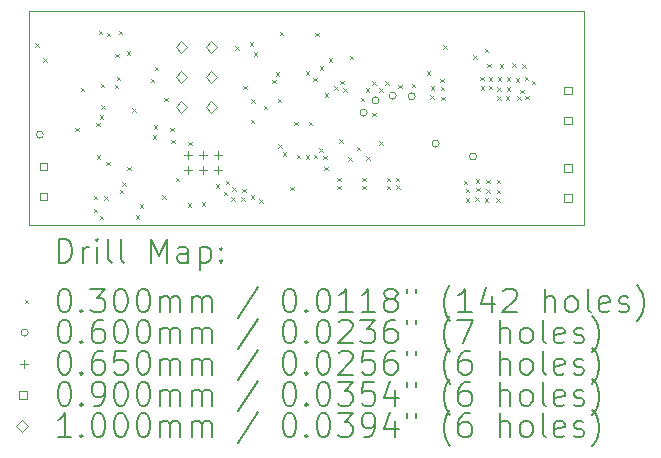
<source format=gbr>
%TF.GenerationSoftware,KiCad,Pcbnew,7.0.6*%
%TF.CreationDate,2024-01-08T15:45:04+11:00*%
%TF.ProjectId,turbidity_sensor_v2,74757262-6964-4697-9479-5f73656e736f,0.1.0*%
%TF.SameCoordinates,Original*%
%TF.FileFunction,Drillmap*%
%TF.FilePolarity,Positive*%
%FSLAX45Y45*%
G04 Gerber Fmt 4.5, Leading zero omitted, Abs format (unit mm)*
G04 Created by KiCad (PCBNEW 7.0.6) date 2024-01-08 15:45:04*
%MOMM*%
%LPD*%
G01*
G04 APERTURE LIST*
%ADD10C,0.100000*%
%ADD11C,0.200000*%
%ADD12C,0.030000*%
%ADD13C,0.060000*%
%ADD14C,0.065000*%
%ADD15C,0.090000*%
G04 APERTURE END LIST*
D10*
X10000000Y-9963143D02*
X14700000Y-9963143D01*
X14700000Y-11775304D01*
X10000000Y-11775304D01*
X10000000Y-9963143D01*
D11*
D12*
X10057081Y-10235285D02*
X10087081Y-10265285D01*
X10087081Y-10235285D02*
X10057081Y-10265285D01*
X10121390Y-10363847D02*
X10151390Y-10393847D01*
X10151390Y-10363847D02*
X10121390Y-10393847D01*
X10395320Y-10949597D02*
X10425320Y-10979597D01*
X10425320Y-10949597D02*
X10395320Y-10979597D01*
X10438858Y-10613246D02*
X10468858Y-10643246D01*
X10468858Y-10613246D02*
X10438858Y-10643246D01*
X10549140Y-11526149D02*
X10579140Y-11556149D01*
X10579140Y-11526149D02*
X10549140Y-11556149D01*
X10549558Y-11637122D02*
X10579558Y-11667122D01*
X10579558Y-11637122D02*
X10549558Y-11667122D01*
X10570598Y-10907154D02*
X10600598Y-10937154D01*
X10600598Y-10907154D02*
X10570598Y-10937154D01*
X10573999Y-11183368D02*
X10603999Y-11213368D01*
X10603999Y-11183368D02*
X10573999Y-11213368D01*
X10593399Y-10129050D02*
X10623399Y-10159050D01*
X10623399Y-10129050D02*
X10593399Y-10159050D01*
X10602144Y-10843102D02*
X10632144Y-10873102D01*
X10632144Y-10843102D02*
X10602144Y-10873102D01*
X10602179Y-11694072D02*
X10632179Y-11724072D01*
X10632179Y-11694072D02*
X10602179Y-11724072D01*
X10608510Y-10578681D02*
X10638510Y-10608681D01*
X10638510Y-10578681D02*
X10608510Y-10608681D01*
X10614933Y-10758032D02*
X10644933Y-10788032D01*
X10644933Y-10758032D02*
X10614933Y-10788032D01*
X10637950Y-11530638D02*
X10667950Y-11560638D01*
X10667950Y-11530638D02*
X10637950Y-11560638D01*
X10654239Y-11238421D02*
X10684239Y-11268421D01*
X10684239Y-11238421D02*
X10654239Y-11268421D01*
X10661673Y-10144499D02*
X10691673Y-10174499D01*
X10691673Y-10144499D02*
X10661673Y-10174499D01*
X10728072Y-10586736D02*
X10758072Y-10616736D01*
X10758072Y-10586736D02*
X10728072Y-10616736D01*
X10730405Y-10322793D02*
X10760405Y-10352793D01*
X10760405Y-10322793D02*
X10730405Y-10352793D01*
X10745300Y-10517785D02*
X10775300Y-10547785D01*
X10775300Y-10517785D02*
X10745300Y-10547785D01*
X10762639Y-10129050D02*
X10792639Y-10159050D01*
X10792639Y-10129050D02*
X10762639Y-10159050D01*
X10769983Y-11474654D02*
X10799983Y-11504654D01*
X10799983Y-11474654D02*
X10769983Y-11504654D01*
X10793227Y-11410218D02*
X10823227Y-11440218D01*
X10823227Y-11410218D02*
X10793227Y-11440218D01*
X10830214Y-10302900D02*
X10860214Y-10332900D01*
X10860214Y-10302900D02*
X10830214Y-10332900D01*
X10832111Y-11281984D02*
X10862111Y-11311984D01*
X10862111Y-11281984D02*
X10832111Y-11311984D01*
X10876640Y-10784598D02*
X10906640Y-10814598D01*
X10906640Y-10784598D02*
X10876640Y-10814598D01*
X10906376Y-11688940D02*
X10936376Y-11718940D01*
X10936376Y-11688940D02*
X10906376Y-11718940D01*
X10939537Y-11596040D02*
X10969537Y-11626040D01*
X10969537Y-11596040D02*
X10939537Y-11626040D01*
X11032937Y-10536077D02*
X11062937Y-10566077D01*
X11062937Y-10536077D02*
X11032937Y-10566077D01*
X11050673Y-11012118D02*
X11080673Y-11042118D01*
X11080673Y-11012118D02*
X11050673Y-11042118D01*
X11059456Y-10930602D02*
X11089456Y-10960602D01*
X11089456Y-10930602D02*
X11059456Y-10960602D01*
X11068380Y-10433433D02*
X11098380Y-10463433D01*
X11098380Y-10433433D02*
X11068380Y-10463433D01*
X11130800Y-11523528D02*
X11160800Y-11553528D01*
X11160800Y-11523528D02*
X11130800Y-11553528D01*
X11147203Y-10697410D02*
X11177203Y-10727410D01*
X11177203Y-10697410D02*
X11147203Y-10727410D01*
X11196893Y-10949671D02*
X11226893Y-10979671D01*
X11226893Y-10949671D02*
X11196893Y-10979671D01*
X11205559Y-11050884D02*
X11235559Y-11080884D01*
X11235559Y-11050884D02*
X11205559Y-11080884D01*
X11246126Y-11371540D02*
X11276126Y-11401540D01*
X11276126Y-11371540D02*
X11246126Y-11401540D01*
X11345000Y-11589443D02*
X11375000Y-11619443D01*
X11375000Y-11589443D02*
X11345000Y-11619443D01*
X11351138Y-11067500D02*
X11381138Y-11097500D01*
X11381138Y-11067500D02*
X11351138Y-11097500D01*
X11462919Y-11580470D02*
X11492919Y-11610470D01*
X11492919Y-11580470D02*
X11462919Y-11610470D01*
X11584062Y-11427824D02*
X11614062Y-11457824D01*
X11614062Y-11427824D02*
X11584062Y-11457824D01*
X11649446Y-11491943D02*
X11679446Y-11521943D01*
X11679446Y-11491943D02*
X11649446Y-11521943D01*
X11669451Y-11397303D02*
X11699451Y-11427303D01*
X11699451Y-11397303D02*
X11669451Y-11427303D01*
X11713904Y-11539818D02*
X11743904Y-11569818D01*
X11743904Y-11539818D02*
X11713904Y-11569818D01*
X11724080Y-11452702D02*
X11754080Y-11482702D01*
X11754080Y-11452702D02*
X11724080Y-11482702D01*
X11746887Y-10259625D02*
X11776887Y-10289625D01*
X11776887Y-10259625D02*
X11746887Y-10289625D01*
X11800254Y-11540417D02*
X11830254Y-11570417D01*
X11830254Y-11540417D02*
X11800254Y-11570417D01*
X11807948Y-11468091D02*
X11837948Y-11498091D01*
X11837948Y-11468091D02*
X11807948Y-11498091D01*
X11817461Y-10594953D02*
X11847461Y-10624953D01*
X11847461Y-10594953D02*
X11817461Y-10624953D01*
X11870874Y-10225832D02*
X11900874Y-10255832D01*
X11900874Y-10225832D02*
X11870874Y-10255832D01*
X11880999Y-10882316D02*
X11910999Y-10912316D01*
X11910999Y-10882316D02*
X11880999Y-10912316D01*
X11881044Y-11521951D02*
X11911044Y-11551951D01*
X11911044Y-11521951D02*
X11881044Y-11551951D01*
X11882500Y-10707706D02*
X11912500Y-10737706D01*
X11912500Y-10707706D02*
X11882500Y-10737706D01*
X11906152Y-10312057D02*
X11936152Y-10342057D01*
X11936152Y-10312057D02*
X11906152Y-10342057D01*
X11950293Y-11555806D02*
X11980293Y-11585806D01*
X11980293Y-11555806D02*
X11950293Y-11585806D01*
X11990284Y-10762129D02*
X12020284Y-10792129D01*
X12020284Y-10762129D02*
X11990284Y-10792129D01*
X12059908Y-10544865D02*
X12089908Y-10574865D01*
X12089908Y-10544865D02*
X12059908Y-10574865D01*
X12090934Y-10481950D02*
X12120934Y-10511950D01*
X12120934Y-10481950D02*
X12090934Y-10511950D01*
X12107571Y-10704629D02*
X12137571Y-10734629D01*
X12137571Y-10704629D02*
X12107571Y-10734629D01*
X12114191Y-11088317D02*
X12144191Y-11118317D01*
X12144191Y-11088317D02*
X12114191Y-11118317D01*
X12124392Y-10139000D02*
X12154392Y-10169000D01*
X12154392Y-10139000D02*
X12124392Y-10169000D01*
X12152216Y-11157770D02*
X12182216Y-11187770D01*
X12182216Y-11157770D02*
X12152216Y-11187770D01*
X12212031Y-11449217D02*
X12242031Y-11479217D01*
X12242031Y-11449217D02*
X12212031Y-11479217D01*
X12250000Y-10900000D02*
X12280000Y-10930000D01*
X12280000Y-10900000D02*
X12250000Y-10930000D01*
X12268533Y-11176940D02*
X12298533Y-11206940D01*
X12298533Y-11176940D02*
X12268533Y-11206940D01*
X12344072Y-11182719D02*
X12374072Y-11212718D01*
X12374072Y-11182719D02*
X12344072Y-11212718D01*
X12346456Y-10473271D02*
X12376456Y-10503271D01*
X12376456Y-10473271D02*
X12346456Y-10503271D01*
X12370000Y-10900000D02*
X12400000Y-10930000D01*
X12400000Y-10900000D02*
X12370000Y-10930000D01*
X12406650Y-10527951D02*
X12436650Y-10557951D01*
X12436650Y-10527951D02*
X12406650Y-10557951D01*
X12413911Y-11177959D02*
X12443911Y-11207959D01*
X12443911Y-11177959D02*
X12413911Y-11207959D01*
X12427542Y-10145157D02*
X12457542Y-10175157D01*
X12457542Y-10145157D02*
X12427542Y-10175157D01*
X12460524Y-11125533D02*
X12490524Y-11155533D01*
X12490524Y-11125533D02*
X12460524Y-11155533D01*
X12461911Y-10430890D02*
X12491911Y-10460890D01*
X12491911Y-10430890D02*
X12461911Y-10460890D01*
X12492249Y-11187931D02*
X12522249Y-11217931D01*
X12522249Y-11187931D02*
X12492249Y-11217931D01*
X12499640Y-11282225D02*
X12529640Y-11312225D01*
X12529640Y-11282225D02*
X12499640Y-11312225D01*
X12504787Y-10656088D02*
X12534787Y-10686088D01*
X12534787Y-10656088D02*
X12504787Y-10686088D01*
X12540166Y-10362649D02*
X12570166Y-10392649D01*
X12570166Y-10362649D02*
X12540166Y-10392649D01*
X12588361Y-10600753D02*
X12618361Y-10630753D01*
X12618361Y-10600753D02*
X12588361Y-10630753D01*
X12611453Y-11441523D02*
X12641453Y-11471523D01*
X12641453Y-11441523D02*
X12611453Y-11471523D01*
X12613186Y-11373044D02*
X12643186Y-11403044D01*
X12643186Y-11373044D02*
X12613186Y-11403044D01*
X12627500Y-11046398D02*
X12657500Y-11076398D01*
X12657500Y-11046398D02*
X12627500Y-11076398D01*
X12636976Y-10550458D02*
X12666976Y-10580458D01*
X12666976Y-10550458D02*
X12636976Y-10580458D01*
X12661000Y-10617000D02*
X12691000Y-10647000D01*
X12691000Y-10617000D02*
X12661000Y-10647000D01*
X12703198Y-11200146D02*
X12733198Y-11230146D01*
X12733198Y-11200146D02*
X12703198Y-11230146D01*
X12716510Y-10341882D02*
X12746510Y-10371882D01*
X12746510Y-10341882D02*
X12716510Y-10371882D01*
X12775846Y-11110159D02*
X12805846Y-11140159D01*
X12805846Y-11110159D02*
X12775846Y-11140159D01*
X12812285Y-10696530D02*
X12842285Y-10726530D01*
X12842285Y-10696530D02*
X12812285Y-10726530D01*
X12823585Y-11441930D02*
X12853585Y-11471930D01*
X12853585Y-11441930D02*
X12823585Y-11471930D01*
X12825124Y-11374990D02*
X12855124Y-11404990D01*
X12855124Y-11374990D02*
X12825124Y-11404990D01*
X12852341Y-10614073D02*
X12882341Y-10644073D01*
X12882341Y-10614073D02*
X12852341Y-10644073D01*
X12858316Y-11192983D02*
X12888316Y-11222983D01*
X12888316Y-11192983D02*
X12858316Y-11222983D01*
X12907190Y-10558071D02*
X12937190Y-10588071D01*
X12937190Y-10558071D02*
X12907190Y-10588071D01*
X12907830Y-10824228D02*
X12937830Y-10854228D01*
X12937830Y-10824228D02*
X12907830Y-10854228D01*
X12965854Y-11063197D02*
X12995854Y-11093197D01*
X12995854Y-11063197D02*
X12965854Y-11093197D01*
X12967545Y-10616603D02*
X12997545Y-10646603D01*
X12997545Y-10616603D02*
X12967545Y-10646603D01*
X13017968Y-10555953D02*
X13047968Y-10585953D01*
X13047968Y-10555953D02*
X13017968Y-10585953D01*
X13029793Y-11371912D02*
X13059793Y-11401912D01*
X13059793Y-11371912D02*
X13029793Y-11401912D01*
X13032870Y-11442699D02*
X13062870Y-11472699D01*
X13062870Y-11442699D02*
X13032870Y-11472699D01*
X13107593Y-11372681D02*
X13137593Y-11402681D01*
X13137593Y-11372681D02*
X13107593Y-11402681D01*
X13109901Y-11438852D02*
X13139901Y-11468852D01*
X13139901Y-11438852D02*
X13109901Y-11468852D01*
X13126479Y-10584449D02*
X13156479Y-10614449D01*
X13156479Y-10584449D02*
X13126479Y-10614449D01*
X13244072Y-10578018D02*
X13274072Y-10608018D01*
X13274072Y-10578018D02*
X13244072Y-10608018D01*
X13370163Y-10470850D02*
X13400163Y-10500850D01*
X13400163Y-10470850D02*
X13370163Y-10500850D01*
X13399135Y-10674300D02*
X13429135Y-10704300D01*
X13429135Y-10674300D02*
X13399135Y-10704300D01*
X13405431Y-10598740D02*
X13435431Y-10628740D01*
X13435431Y-10598740D02*
X13405431Y-10628740D01*
X13485714Y-10534200D02*
X13515714Y-10564200D01*
X13515714Y-10534200D02*
X13485714Y-10564200D01*
X13488337Y-10601889D02*
X13518337Y-10631889D01*
X13518337Y-10601889D02*
X13488337Y-10631889D01*
X13490436Y-10687943D02*
X13520436Y-10717943D01*
X13520436Y-10687943D02*
X13490436Y-10717943D01*
X13509828Y-10250089D02*
X13539828Y-10280089D01*
X13539828Y-10250089D02*
X13509828Y-10280089D01*
X13683487Y-11397946D02*
X13713487Y-11427946D01*
X13713487Y-11397946D02*
X13683487Y-11427946D01*
X13698991Y-11465733D02*
X13728991Y-11495733D01*
X13728991Y-11465733D02*
X13698991Y-11495733D01*
X13701000Y-11546797D02*
X13731000Y-11576797D01*
X13731000Y-11546797D02*
X13701000Y-11576797D01*
X13763365Y-10336276D02*
X13793365Y-10366276D01*
X13793365Y-10336276D02*
X13763365Y-10366276D01*
X13780993Y-11539734D02*
X13810993Y-11569734D01*
X13810993Y-11539734D02*
X13780993Y-11569734D01*
X13784444Y-11387182D02*
X13814444Y-11417182D01*
X13814444Y-11387182D02*
X13784444Y-11417182D01*
X13786626Y-11456278D02*
X13816626Y-11486278D01*
X13816626Y-11456278D02*
X13786626Y-11486278D01*
X13824632Y-10517544D02*
X13854632Y-10547544D01*
X13854632Y-10517544D02*
X13824632Y-10547544D01*
X13826087Y-10599004D02*
X13856087Y-10629004D01*
X13856087Y-10599004D02*
X13826087Y-10629004D01*
X13860227Y-10281342D02*
X13890227Y-10311342D01*
X13890227Y-10281342D02*
X13860227Y-10311342D01*
X13862268Y-11546886D02*
X13892268Y-11576886D01*
X13892268Y-11546886D02*
X13862268Y-11576886D01*
X13873905Y-11473006D02*
X13903905Y-11503006D01*
X13903905Y-11473006D02*
X13873905Y-11503006D01*
X13874632Y-11388637D02*
X13904632Y-11418637D01*
X13904632Y-11388637D02*
X13874632Y-11418637D01*
X13883896Y-10409185D02*
X13913896Y-10439185D01*
X13913896Y-10409185D02*
X13883896Y-10439185D01*
X13893728Y-10520454D02*
X13923728Y-10550454D01*
X13923728Y-10520454D02*
X13893728Y-10550454D01*
X13893728Y-10595368D02*
X13923728Y-10625368D01*
X13923728Y-10595368D02*
X13893728Y-10625368D01*
X13959914Y-11546886D02*
X13989914Y-11576886D01*
X13989914Y-11546886D02*
X13959914Y-11576886D01*
X13960456Y-11391546D02*
X13990456Y-11421546D01*
X13990456Y-11391546D02*
X13960456Y-11421546D01*
X13961184Y-11473733D02*
X13991184Y-11503733D01*
X13991184Y-11473733D02*
X13961184Y-11503733D01*
X13966803Y-10605914D02*
X13996803Y-10635914D01*
X13996803Y-10605914D02*
X13966803Y-10635914D01*
X13967894Y-10682283D02*
X13997894Y-10712283D01*
X13997894Y-10682283D02*
X13967894Y-10712283D01*
X13970824Y-10524817D02*
X14000824Y-10554817D01*
X14000824Y-10524817D02*
X13970824Y-10554817D01*
X13986610Y-10411547D02*
X14016610Y-10441547D01*
X14016610Y-10411547D02*
X13986610Y-10441547D01*
X14038195Y-10683094D02*
X14068195Y-10713094D01*
X14068195Y-10683094D02*
X14038195Y-10713094D01*
X14045222Y-10606059D02*
X14075222Y-10636059D01*
X14075222Y-10606059D02*
X14045222Y-10636059D01*
X14046392Y-10524164D02*
X14076392Y-10554164D01*
X14076392Y-10524164D02*
X14046392Y-10554164D01*
X14091685Y-10404463D02*
X14121685Y-10434463D01*
X14121685Y-10404463D02*
X14091685Y-10434463D01*
X14122438Y-10528843D02*
X14152438Y-10558843D01*
X14152438Y-10528843D02*
X14122438Y-10558843D01*
X14134580Y-10682024D02*
X14164580Y-10712024D01*
X14164580Y-10682024D02*
X14134580Y-10712024D01*
X14163252Y-10629305D02*
X14193252Y-10659305D01*
X14193252Y-10629305D02*
X14163252Y-10659305D01*
X14180231Y-10411547D02*
X14210231Y-10441547D01*
X14210231Y-10411547D02*
X14180231Y-10441547D01*
X14198063Y-10517358D02*
X14228063Y-10547358D01*
X14228063Y-10517358D02*
X14198063Y-10547358D01*
X14204333Y-10678594D02*
X14234333Y-10708594D01*
X14234333Y-10678594D02*
X14204333Y-10708594D01*
X14257719Y-10553429D02*
X14287719Y-10583429D01*
X14287719Y-10553429D02*
X14257719Y-10583429D01*
D13*
X10123960Y-11008360D02*
G75*
G03*
X10123960Y-11008360I-30000J0D01*
G01*
X12865416Y-10821582D02*
G75*
G03*
X12865416Y-10821582I-30000J0D01*
G01*
X12965817Y-10718013D02*
G75*
G03*
X12965817Y-10718013I-30000J0D01*
G01*
X13111393Y-10678143D02*
G75*
G03*
X13111393Y-10678143I-30000J0D01*
G01*
X13272377Y-10684409D02*
G75*
G03*
X13272377Y-10684409I-30000J0D01*
G01*
X13474714Y-11085298D02*
G75*
G03*
X13474714Y-11085298I-30000J0D01*
G01*
X13790730Y-11193841D02*
G75*
G03*
X13790730Y-11193841I-30000J0D01*
G01*
D14*
X11346264Y-11148743D02*
X11346264Y-11213743D01*
X11313764Y-11181243D02*
X11378764Y-11181243D01*
X11346264Y-11275743D02*
X11346264Y-11340743D01*
X11313764Y-11308243D02*
X11378764Y-11308243D01*
X11473264Y-11148743D02*
X11473264Y-11213743D01*
X11440764Y-11181243D02*
X11505764Y-11181243D01*
X11473264Y-11275743D02*
X11473264Y-11340743D01*
X11440764Y-11308243D02*
X11505764Y-11308243D01*
X11600264Y-11148743D02*
X11600264Y-11213743D01*
X11567764Y-11181243D02*
X11632764Y-11181243D01*
X11600264Y-11275743D02*
X11600264Y-11340743D01*
X11567764Y-11308243D02*
X11632764Y-11308243D01*
D15*
X10157000Y-11310799D02*
X10157000Y-11247159D01*
X10093360Y-11247159D01*
X10093360Y-11310799D01*
X10157000Y-11310799D01*
X10157000Y-11564799D02*
X10157000Y-11501159D01*
X10093360Y-11501159D01*
X10093360Y-11564799D01*
X10157000Y-11564799D01*
X14597676Y-10665841D02*
X14597676Y-10602201D01*
X14534036Y-10602201D01*
X14534036Y-10665841D01*
X14597676Y-10665841D01*
X14597676Y-10919841D02*
X14597676Y-10856201D01*
X14534036Y-10856201D01*
X14534036Y-10919841D01*
X14597676Y-10919841D01*
X14597676Y-11321785D02*
X14597676Y-11258144D01*
X14534036Y-11258144D01*
X14534036Y-11321785D01*
X14597676Y-11321785D01*
X14597676Y-11575785D02*
X14597676Y-11512144D01*
X14534036Y-11512144D01*
X14534036Y-11575785D01*
X14597676Y-11575785D01*
D10*
X11293161Y-10316140D02*
X11343161Y-10266140D01*
X11293161Y-10216140D01*
X11243161Y-10266140D01*
X11293161Y-10316140D01*
X11293161Y-10570140D02*
X11343161Y-10520140D01*
X11293161Y-10470140D01*
X11243161Y-10520140D01*
X11293161Y-10570140D01*
X11293161Y-10824140D02*
X11343161Y-10774140D01*
X11293161Y-10724140D01*
X11243161Y-10774140D01*
X11293161Y-10824140D01*
X11547161Y-10316140D02*
X11597161Y-10266140D01*
X11547161Y-10216140D01*
X11497161Y-10266140D01*
X11547161Y-10316140D01*
X11547161Y-10570140D02*
X11597161Y-10520140D01*
X11547161Y-10470140D01*
X11497161Y-10520140D01*
X11547161Y-10570140D01*
X11547161Y-10824140D02*
X11597161Y-10774140D01*
X11547161Y-10724140D01*
X11497161Y-10774140D01*
X11547161Y-10824140D01*
D11*
X10255777Y-12091788D02*
X10255777Y-11891788D01*
X10255777Y-11891788D02*
X10303396Y-11891788D01*
X10303396Y-11891788D02*
X10331967Y-11901312D01*
X10331967Y-11901312D02*
X10351015Y-11920360D01*
X10351015Y-11920360D02*
X10360539Y-11939407D01*
X10360539Y-11939407D02*
X10370063Y-11977502D01*
X10370063Y-11977502D02*
X10370063Y-12006074D01*
X10370063Y-12006074D02*
X10360539Y-12044169D01*
X10360539Y-12044169D02*
X10351015Y-12063217D01*
X10351015Y-12063217D02*
X10331967Y-12082264D01*
X10331967Y-12082264D02*
X10303396Y-12091788D01*
X10303396Y-12091788D02*
X10255777Y-12091788D01*
X10455777Y-12091788D02*
X10455777Y-11958455D01*
X10455777Y-11996550D02*
X10465301Y-11977502D01*
X10465301Y-11977502D02*
X10474824Y-11967979D01*
X10474824Y-11967979D02*
X10493872Y-11958455D01*
X10493872Y-11958455D02*
X10512920Y-11958455D01*
X10579586Y-12091788D02*
X10579586Y-11958455D01*
X10579586Y-11891788D02*
X10570063Y-11901312D01*
X10570063Y-11901312D02*
X10579586Y-11910836D01*
X10579586Y-11910836D02*
X10589110Y-11901312D01*
X10589110Y-11901312D02*
X10579586Y-11891788D01*
X10579586Y-11891788D02*
X10579586Y-11910836D01*
X10703396Y-12091788D02*
X10684348Y-12082264D01*
X10684348Y-12082264D02*
X10674824Y-12063217D01*
X10674824Y-12063217D02*
X10674824Y-11891788D01*
X10808158Y-12091788D02*
X10789110Y-12082264D01*
X10789110Y-12082264D02*
X10779586Y-12063217D01*
X10779586Y-12063217D02*
X10779586Y-11891788D01*
X11036729Y-12091788D02*
X11036729Y-11891788D01*
X11036729Y-11891788D02*
X11103396Y-12034645D01*
X11103396Y-12034645D02*
X11170063Y-11891788D01*
X11170063Y-11891788D02*
X11170063Y-12091788D01*
X11351015Y-12091788D02*
X11351015Y-11987026D01*
X11351015Y-11987026D02*
X11341491Y-11967979D01*
X11341491Y-11967979D02*
X11322443Y-11958455D01*
X11322443Y-11958455D02*
X11284348Y-11958455D01*
X11284348Y-11958455D02*
X11265301Y-11967979D01*
X11351015Y-12082264D02*
X11331967Y-12091788D01*
X11331967Y-12091788D02*
X11284348Y-12091788D01*
X11284348Y-12091788D02*
X11265301Y-12082264D01*
X11265301Y-12082264D02*
X11255777Y-12063217D01*
X11255777Y-12063217D02*
X11255777Y-12044169D01*
X11255777Y-12044169D02*
X11265301Y-12025121D01*
X11265301Y-12025121D02*
X11284348Y-12015598D01*
X11284348Y-12015598D02*
X11331967Y-12015598D01*
X11331967Y-12015598D02*
X11351015Y-12006074D01*
X11446253Y-11958455D02*
X11446253Y-12158455D01*
X11446253Y-11967979D02*
X11465301Y-11958455D01*
X11465301Y-11958455D02*
X11503396Y-11958455D01*
X11503396Y-11958455D02*
X11522443Y-11967979D01*
X11522443Y-11967979D02*
X11531967Y-11977502D01*
X11531967Y-11977502D02*
X11541491Y-11996550D01*
X11541491Y-11996550D02*
X11541491Y-12053693D01*
X11541491Y-12053693D02*
X11531967Y-12072740D01*
X11531967Y-12072740D02*
X11522443Y-12082264D01*
X11522443Y-12082264D02*
X11503396Y-12091788D01*
X11503396Y-12091788D02*
X11465301Y-12091788D01*
X11465301Y-12091788D02*
X11446253Y-12082264D01*
X11627205Y-12072740D02*
X11636729Y-12082264D01*
X11636729Y-12082264D02*
X11627205Y-12091788D01*
X11627205Y-12091788D02*
X11617682Y-12082264D01*
X11617682Y-12082264D02*
X11627205Y-12072740D01*
X11627205Y-12072740D02*
X11627205Y-12091788D01*
X11627205Y-11967979D02*
X11636729Y-11977502D01*
X11636729Y-11977502D02*
X11627205Y-11987026D01*
X11627205Y-11987026D02*
X11617682Y-11977502D01*
X11617682Y-11977502D02*
X11627205Y-11967979D01*
X11627205Y-11967979D02*
X11627205Y-11987026D01*
D12*
X9965000Y-12405304D02*
X9995000Y-12435304D01*
X9995000Y-12405304D02*
X9965000Y-12435304D01*
D11*
X10293872Y-12311788D02*
X10312920Y-12311788D01*
X10312920Y-12311788D02*
X10331967Y-12321312D01*
X10331967Y-12321312D02*
X10341491Y-12330836D01*
X10341491Y-12330836D02*
X10351015Y-12349883D01*
X10351015Y-12349883D02*
X10360539Y-12387979D01*
X10360539Y-12387979D02*
X10360539Y-12435598D01*
X10360539Y-12435598D02*
X10351015Y-12473693D01*
X10351015Y-12473693D02*
X10341491Y-12492740D01*
X10341491Y-12492740D02*
X10331967Y-12502264D01*
X10331967Y-12502264D02*
X10312920Y-12511788D01*
X10312920Y-12511788D02*
X10293872Y-12511788D01*
X10293872Y-12511788D02*
X10274824Y-12502264D01*
X10274824Y-12502264D02*
X10265301Y-12492740D01*
X10265301Y-12492740D02*
X10255777Y-12473693D01*
X10255777Y-12473693D02*
X10246253Y-12435598D01*
X10246253Y-12435598D02*
X10246253Y-12387979D01*
X10246253Y-12387979D02*
X10255777Y-12349883D01*
X10255777Y-12349883D02*
X10265301Y-12330836D01*
X10265301Y-12330836D02*
X10274824Y-12321312D01*
X10274824Y-12321312D02*
X10293872Y-12311788D01*
X10446253Y-12492740D02*
X10455777Y-12502264D01*
X10455777Y-12502264D02*
X10446253Y-12511788D01*
X10446253Y-12511788D02*
X10436729Y-12502264D01*
X10436729Y-12502264D02*
X10446253Y-12492740D01*
X10446253Y-12492740D02*
X10446253Y-12511788D01*
X10522444Y-12311788D02*
X10646253Y-12311788D01*
X10646253Y-12311788D02*
X10579586Y-12387979D01*
X10579586Y-12387979D02*
X10608158Y-12387979D01*
X10608158Y-12387979D02*
X10627205Y-12397502D01*
X10627205Y-12397502D02*
X10636729Y-12407026D01*
X10636729Y-12407026D02*
X10646253Y-12426074D01*
X10646253Y-12426074D02*
X10646253Y-12473693D01*
X10646253Y-12473693D02*
X10636729Y-12492740D01*
X10636729Y-12492740D02*
X10627205Y-12502264D01*
X10627205Y-12502264D02*
X10608158Y-12511788D01*
X10608158Y-12511788D02*
X10551015Y-12511788D01*
X10551015Y-12511788D02*
X10531967Y-12502264D01*
X10531967Y-12502264D02*
X10522444Y-12492740D01*
X10770063Y-12311788D02*
X10789110Y-12311788D01*
X10789110Y-12311788D02*
X10808158Y-12321312D01*
X10808158Y-12321312D02*
X10817682Y-12330836D01*
X10817682Y-12330836D02*
X10827205Y-12349883D01*
X10827205Y-12349883D02*
X10836729Y-12387979D01*
X10836729Y-12387979D02*
X10836729Y-12435598D01*
X10836729Y-12435598D02*
X10827205Y-12473693D01*
X10827205Y-12473693D02*
X10817682Y-12492740D01*
X10817682Y-12492740D02*
X10808158Y-12502264D01*
X10808158Y-12502264D02*
X10789110Y-12511788D01*
X10789110Y-12511788D02*
X10770063Y-12511788D01*
X10770063Y-12511788D02*
X10751015Y-12502264D01*
X10751015Y-12502264D02*
X10741491Y-12492740D01*
X10741491Y-12492740D02*
X10731967Y-12473693D01*
X10731967Y-12473693D02*
X10722444Y-12435598D01*
X10722444Y-12435598D02*
X10722444Y-12387979D01*
X10722444Y-12387979D02*
X10731967Y-12349883D01*
X10731967Y-12349883D02*
X10741491Y-12330836D01*
X10741491Y-12330836D02*
X10751015Y-12321312D01*
X10751015Y-12321312D02*
X10770063Y-12311788D01*
X10960539Y-12311788D02*
X10979586Y-12311788D01*
X10979586Y-12311788D02*
X10998634Y-12321312D01*
X10998634Y-12321312D02*
X11008158Y-12330836D01*
X11008158Y-12330836D02*
X11017682Y-12349883D01*
X11017682Y-12349883D02*
X11027205Y-12387979D01*
X11027205Y-12387979D02*
X11027205Y-12435598D01*
X11027205Y-12435598D02*
X11017682Y-12473693D01*
X11017682Y-12473693D02*
X11008158Y-12492740D01*
X11008158Y-12492740D02*
X10998634Y-12502264D01*
X10998634Y-12502264D02*
X10979586Y-12511788D01*
X10979586Y-12511788D02*
X10960539Y-12511788D01*
X10960539Y-12511788D02*
X10941491Y-12502264D01*
X10941491Y-12502264D02*
X10931967Y-12492740D01*
X10931967Y-12492740D02*
X10922444Y-12473693D01*
X10922444Y-12473693D02*
X10912920Y-12435598D01*
X10912920Y-12435598D02*
X10912920Y-12387979D01*
X10912920Y-12387979D02*
X10922444Y-12349883D01*
X10922444Y-12349883D02*
X10931967Y-12330836D01*
X10931967Y-12330836D02*
X10941491Y-12321312D01*
X10941491Y-12321312D02*
X10960539Y-12311788D01*
X11112920Y-12511788D02*
X11112920Y-12378455D01*
X11112920Y-12397502D02*
X11122444Y-12387979D01*
X11122444Y-12387979D02*
X11141491Y-12378455D01*
X11141491Y-12378455D02*
X11170063Y-12378455D01*
X11170063Y-12378455D02*
X11189110Y-12387979D01*
X11189110Y-12387979D02*
X11198634Y-12407026D01*
X11198634Y-12407026D02*
X11198634Y-12511788D01*
X11198634Y-12407026D02*
X11208158Y-12387979D01*
X11208158Y-12387979D02*
X11227205Y-12378455D01*
X11227205Y-12378455D02*
X11255777Y-12378455D01*
X11255777Y-12378455D02*
X11274824Y-12387979D01*
X11274824Y-12387979D02*
X11284348Y-12407026D01*
X11284348Y-12407026D02*
X11284348Y-12511788D01*
X11379586Y-12511788D02*
X11379586Y-12378455D01*
X11379586Y-12397502D02*
X11389110Y-12387979D01*
X11389110Y-12387979D02*
X11408158Y-12378455D01*
X11408158Y-12378455D02*
X11436729Y-12378455D01*
X11436729Y-12378455D02*
X11455777Y-12387979D01*
X11455777Y-12387979D02*
X11465301Y-12407026D01*
X11465301Y-12407026D02*
X11465301Y-12511788D01*
X11465301Y-12407026D02*
X11474824Y-12387979D01*
X11474824Y-12387979D02*
X11493872Y-12378455D01*
X11493872Y-12378455D02*
X11522443Y-12378455D01*
X11522443Y-12378455D02*
X11541491Y-12387979D01*
X11541491Y-12387979D02*
X11551015Y-12407026D01*
X11551015Y-12407026D02*
X11551015Y-12511788D01*
X11941491Y-12302264D02*
X11770063Y-12559407D01*
X12198634Y-12311788D02*
X12217682Y-12311788D01*
X12217682Y-12311788D02*
X12236729Y-12321312D01*
X12236729Y-12321312D02*
X12246253Y-12330836D01*
X12246253Y-12330836D02*
X12255777Y-12349883D01*
X12255777Y-12349883D02*
X12265301Y-12387979D01*
X12265301Y-12387979D02*
X12265301Y-12435598D01*
X12265301Y-12435598D02*
X12255777Y-12473693D01*
X12255777Y-12473693D02*
X12246253Y-12492740D01*
X12246253Y-12492740D02*
X12236729Y-12502264D01*
X12236729Y-12502264D02*
X12217682Y-12511788D01*
X12217682Y-12511788D02*
X12198634Y-12511788D01*
X12198634Y-12511788D02*
X12179586Y-12502264D01*
X12179586Y-12502264D02*
X12170063Y-12492740D01*
X12170063Y-12492740D02*
X12160539Y-12473693D01*
X12160539Y-12473693D02*
X12151015Y-12435598D01*
X12151015Y-12435598D02*
X12151015Y-12387979D01*
X12151015Y-12387979D02*
X12160539Y-12349883D01*
X12160539Y-12349883D02*
X12170063Y-12330836D01*
X12170063Y-12330836D02*
X12179586Y-12321312D01*
X12179586Y-12321312D02*
X12198634Y-12311788D01*
X12351015Y-12492740D02*
X12360539Y-12502264D01*
X12360539Y-12502264D02*
X12351015Y-12511788D01*
X12351015Y-12511788D02*
X12341491Y-12502264D01*
X12341491Y-12502264D02*
X12351015Y-12492740D01*
X12351015Y-12492740D02*
X12351015Y-12511788D01*
X12484348Y-12311788D02*
X12503396Y-12311788D01*
X12503396Y-12311788D02*
X12522444Y-12321312D01*
X12522444Y-12321312D02*
X12531967Y-12330836D01*
X12531967Y-12330836D02*
X12541491Y-12349883D01*
X12541491Y-12349883D02*
X12551015Y-12387979D01*
X12551015Y-12387979D02*
X12551015Y-12435598D01*
X12551015Y-12435598D02*
X12541491Y-12473693D01*
X12541491Y-12473693D02*
X12531967Y-12492740D01*
X12531967Y-12492740D02*
X12522444Y-12502264D01*
X12522444Y-12502264D02*
X12503396Y-12511788D01*
X12503396Y-12511788D02*
X12484348Y-12511788D01*
X12484348Y-12511788D02*
X12465301Y-12502264D01*
X12465301Y-12502264D02*
X12455777Y-12492740D01*
X12455777Y-12492740D02*
X12446253Y-12473693D01*
X12446253Y-12473693D02*
X12436729Y-12435598D01*
X12436729Y-12435598D02*
X12436729Y-12387979D01*
X12436729Y-12387979D02*
X12446253Y-12349883D01*
X12446253Y-12349883D02*
X12455777Y-12330836D01*
X12455777Y-12330836D02*
X12465301Y-12321312D01*
X12465301Y-12321312D02*
X12484348Y-12311788D01*
X12741491Y-12511788D02*
X12627206Y-12511788D01*
X12684348Y-12511788D02*
X12684348Y-12311788D01*
X12684348Y-12311788D02*
X12665301Y-12340360D01*
X12665301Y-12340360D02*
X12646253Y-12359407D01*
X12646253Y-12359407D02*
X12627206Y-12368931D01*
X12931967Y-12511788D02*
X12817682Y-12511788D01*
X12874825Y-12511788D02*
X12874825Y-12311788D01*
X12874825Y-12311788D02*
X12855777Y-12340360D01*
X12855777Y-12340360D02*
X12836729Y-12359407D01*
X12836729Y-12359407D02*
X12817682Y-12368931D01*
X13046253Y-12397502D02*
X13027206Y-12387979D01*
X13027206Y-12387979D02*
X13017682Y-12378455D01*
X13017682Y-12378455D02*
X13008158Y-12359407D01*
X13008158Y-12359407D02*
X13008158Y-12349883D01*
X13008158Y-12349883D02*
X13017682Y-12330836D01*
X13017682Y-12330836D02*
X13027206Y-12321312D01*
X13027206Y-12321312D02*
X13046253Y-12311788D01*
X13046253Y-12311788D02*
X13084348Y-12311788D01*
X13084348Y-12311788D02*
X13103396Y-12321312D01*
X13103396Y-12321312D02*
X13112920Y-12330836D01*
X13112920Y-12330836D02*
X13122444Y-12349883D01*
X13122444Y-12349883D02*
X13122444Y-12359407D01*
X13122444Y-12359407D02*
X13112920Y-12378455D01*
X13112920Y-12378455D02*
X13103396Y-12387979D01*
X13103396Y-12387979D02*
X13084348Y-12397502D01*
X13084348Y-12397502D02*
X13046253Y-12397502D01*
X13046253Y-12397502D02*
X13027206Y-12407026D01*
X13027206Y-12407026D02*
X13017682Y-12416550D01*
X13017682Y-12416550D02*
X13008158Y-12435598D01*
X13008158Y-12435598D02*
X13008158Y-12473693D01*
X13008158Y-12473693D02*
X13017682Y-12492740D01*
X13017682Y-12492740D02*
X13027206Y-12502264D01*
X13027206Y-12502264D02*
X13046253Y-12511788D01*
X13046253Y-12511788D02*
X13084348Y-12511788D01*
X13084348Y-12511788D02*
X13103396Y-12502264D01*
X13103396Y-12502264D02*
X13112920Y-12492740D01*
X13112920Y-12492740D02*
X13122444Y-12473693D01*
X13122444Y-12473693D02*
X13122444Y-12435598D01*
X13122444Y-12435598D02*
X13112920Y-12416550D01*
X13112920Y-12416550D02*
X13103396Y-12407026D01*
X13103396Y-12407026D02*
X13084348Y-12397502D01*
X13198634Y-12311788D02*
X13198634Y-12349883D01*
X13274825Y-12311788D02*
X13274825Y-12349883D01*
X13570063Y-12587979D02*
X13560539Y-12578455D01*
X13560539Y-12578455D02*
X13541491Y-12549883D01*
X13541491Y-12549883D02*
X13531968Y-12530836D01*
X13531968Y-12530836D02*
X13522444Y-12502264D01*
X13522444Y-12502264D02*
X13512920Y-12454645D01*
X13512920Y-12454645D02*
X13512920Y-12416550D01*
X13512920Y-12416550D02*
X13522444Y-12368931D01*
X13522444Y-12368931D02*
X13531968Y-12340360D01*
X13531968Y-12340360D02*
X13541491Y-12321312D01*
X13541491Y-12321312D02*
X13560539Y-12292740D01*
X13560539Y-12292740D02*
X13570063Y-12283217D01*
X13751015Y-12511788D02*
X13636729Y-12511788D01*
X13693872Y-12511788D02*
X13693872Y-12311788D01*
X13693872Y-12311788D02*
X13674825Y-12340360D01*
X13674825Y-12340360D02*
X13655777Y-12359407D01*
X13655777Y-12359407D02*
X13636729Y-12368931D01*
X13922444Y-12378455D02*
X13922444Y-12511788D01*
X13874825Y-12302264D02*
X13827206Y-12445121D01*
X13827206Y-12445121D02*
X13951015Y-12445121D01*
X14017682Y-12330836D02*
X14027206Y-12321312D01*
X14027206Y-12321312D02*
X14046253Y-12311788D01*
X14046253Y-12311788D02*
X14093872Y-12311788D01*
X14093872Y-12311788D02*
X14112920Y-12321312D01*
X14112920Y-12321312D02*
X14122444Y-12330836D01*
X14122444Y-12330836D02*
X14131968Y-12349883D01*
X14131968Y-12349883D02*
X14131968Y-12368931D01*
X14131968Y-12368931D02*
X14122444Y-12397502D01*
X14122444Y-12397502D02*
X14008158Y-12511788D01*
X14008158Y-12511788D02*
X14131968Y-12511788D01*
X14370063Y-12511788D02*
X14370063Y-12311788D01*
X14455777Y-12511788D02*
X14455777Y-12407026D01*
X14455777Y-12407026D02*
X14446253Y-12387979D01*
X14446253Y-12387979D02*
X14427206Y-12378455D01*
X14427206Y-12378455D02*
X14398634Y-12378455D01*
X14398634Y-12378455D02*
X14379587Y-12387979D01*
X14379587Y-12387979D02*
X14370063Y-12397502D01*
X14579587Y-12511788D02*
X14560539Y-12502264D01*
X14560539Y-12502264D02*
X14551015Y-12492740D01*
X14551015Y-12492740D02*
X14541491Y-12473693D01*
X14541491Y-12473693D02*
X14541491Y-12416550D01*
X14541491Y-12416550D02*
X14551015Y-12397502D01*
X14551015Y-12397502D02*
X14560539Y-12387979D01*
X14560539Y-12387979D02*
X14579587Y-12378455D01*
X14579587Y-12378455D02*
X14608158Y-12378455D01*
X14608158Y-12378455D02*
X14627206Y-12387979D01*
X14627206Y-12387979D02*
X14636730Y-12397502D01*
X14636730Y-12397502D02*
X14646253Y-12416550D01*
X14646253Y-12416550D02*
X14646253Y-12473693D01*
X14646253Y-12473693D02*
X14636730Y-12492740D01*
X14636730Y-12492740D02*
X14627206Y-12502264D01*
X14627206Y-12502264D02*
X14608158Y-12511788D01*
X14608158Y-12511788D02*
X14579587Y-12511788D01*
X14760539Y-12511788D02*
X14741491Y-12502264D01*
X14741491Y-12502264D02*
X14731968Y-12483217D01*
X14731968Y-12483217D02*
X14731968Y-12311788D01*
X14912920Y-12502264D02*
X14893872Y-12511788D01*
X14893872Y-12511788D02*
X14855777Y-12511788D01*
X14855777Y-12511788D02*
X14836730Y-12502264D01*
X14836730Y-12502264D02*
X14827206Y-12483217D01*
X14827206Y-12483217D02*
X14827206Y-12407026D01*
X14827206Y-12407026D02*
X14836730Y-12387979D01*
X14836730Y-12387979D02*
X14855777Y-12378455D01*
X14855777Y-12378455D02*
X14893872Y-12378455D01*
X14893872Y-12378455D02*
X14912920Y-12387979D01*
X14912920Y-12387979D02*
X14922444Y-12407026D01*
X14922444Y-12407026D02*
X14922444Y-12426074D01*
X14922444Y-12426074D02*
X14827206Y-12445121D01*
X14998634Y-12502264D02*
X15017682Y-12511788D01*
X15017682Y-12511788D02*
X15055777Y-12511788D01*
X15055777Y-12511788D02*
X15074825Y-12502264D01*
X15074825Y-12502264D02*
X15084349Y-12483217D01*
X15084349Y-12483217D02*
X15084349Y-12473693D01*
X15084349Y-12473693D02*
X15074825Y-12454645D01*
X15074825Y-12454645D02*
X15055777Y-12445121D01*
X15055777Y-12445121D02*
X15027206Y-12445121D01*
X15027206Y-12445121D02*
X15008158Y-12435598D01*
X15008158Y-12435598D02*
X14998634Y-12416550D01*
X14998634Y-12416550D02*
X14998634Y-12407026D01*
X14998634Y-12407026D02*
X15008158Y-12387979D01*
X15008158Y-12387979D02*
X15027206Y-12378455D01*
X15027206Y-12378455D02*
X15055777Y-12378455D01*
X15055777Y-12378455D02*
X15074825Y-12387979D01*
X15151015Y-12587979D02*
X15160539Y-12578455D01*
X15160539Y-12578455D02*
X15179587Y-12549883D01*
X15179587Y-12549883D02*
X15189111Y-12530836D01*
X15189111Y-12530836D02*
X15198634Y-12502264D01*
X15198634Y-12502264D02*
X15208158Y-12454645D01*
X15208158Y-12454645D02*
X15208158Y-12416550D01*
X15208158Y-12416550D02*
X15198634Y-12368931D01*
X15198634Y-12368931D02*
X15189111Y-12340360D01*
X15189111Y-12340360D02*
X15179587Y-12321312D01*
X15179587Y-12321312D02*
X15160539Y-12292740D01*
X15160539Y-12292740D02*
X15151015Y-12283217D01*
D13*
X9995000Y-12684304D02*
G75*
G03*
X9995000Y-12684304I-30000J0D01*
G01*
D11*
X10293872Y-12575788D02*
X10312920Y-12575788D01*
X10312920Y-12575788D02*
X10331967Y-12585312D01*
X10331967Y-12585312D02*
X10341491Y-12594836D01*
X10341491Y-12594836D02*
X10351015Y-12613883D01*
X10351015Y-12613883D02*
X10360539Y-12651979D01*
X10360539Y-12651979D02*
X10360539Y-12699598D01*
X10360539Y-12699598D02*
X10351015Y-12737693D01*
X10351015Y-12737693D02*
X10341491Y-12756740D01*
X10341491Y-12756740D02*
X10331967Y-12766264D01*
X10331967Y-12766264D02*
X10312920Y-12775788D01*
X10312920Y-12775788D02*
X10293872Y-12775788D01*
X10293872Y-12775788D02*
X10274824Y-12766264D01*
X10274824Y-12766264D02*
X10265301Y-12756740D01*
X10265301Y-12756740D02*
X10255777Y-12737693D01*
X10255777Y-12737693D02*
X10246253Y-12699598D01*
X10246253Y-12699598D02*
X10246253Y-12651979D01*
X10246253Y-12651979D02*
X10255777Y-12613883D01*
X10255777Y-12613883D02*
X10265301Y-12594836D01*
X10265301Y-12594836D02*
X10274824Y-12585312D01*
X10274824Y-12585312D02*
X10293872Y-12575788D01*
X10446253Y-12756740D02*
X10455777Y-12766264D01*
X10455777Y-12766264D02*
X10446253Y-12775788D01*
X10446253Y-12775788D02*
X10436729Y-12766264D01*
X10436729Y-12766264D02*
X10446253Y-12756740D01*
X10446253Y-12756740D02*
X10446253Y-12775788D01*
X10627205Y-12575788D02*
X10589110Y-12575788D01*
X10589110Y-12575788D02*
X10570063Y-12585312D01*
X10570063Y-12585312D02*
X10560539Y-12594836D01*
X10560539Y-12594836D02*
X10541491Y-12623407D01*
X10541491Y-12623407D02*
X10531967Y-12661502D01*
X10531967Y-12661502D02*
X10531967Y-12737693D01*
X10531967Y-12737693D02*
X10541491Y-12756740D01*
X10541491Y-12756740D02*
X10551015Y-12766264D01*
X10551015Y-12766264D02*
X10570063Y-12775788D01*
X10570063Y-12775788D02*
X10608158Y-12775788D01*
X10608158Y-12775788D02*
X10627205Y-12766264D01*
X10627205Y-12766264D02*
X10636729Y-12756740D01*
X10636729Y-12756740D02*
X10646253Y-12737693D01*
X10646253Y-12737693D02*
X10646253Y-12690074D01*
X10646253Y-12690074D02*
X10636729Y-12671026D01*
X10636729Y-12671026D02*
X10627205Y-12661502D01*
X10627205Y-12661502D02*
X10608158Y-12651979D01*
X10608158Y-12651979D02*
X10570063Y-12651979D01*
X10570063Y-12651979D02*
X10551015Y-12661502D01*
X10551015Y-12661502D02*
X10541491Y-12671026D01*
X10541491Y-12671026D02*
X10531967Y-12690074D01*
X10770063Y-12575788D02*
X10789110Y-12575788D01*
X10789110Y-12575788D02*
X10808158Y-12585312D01*
X10808158Y-12585312D02*
X10817682Y-12594836D01*
X10817682Y-12594836D02*
X10827205Y-12613883D01*
X10827205Y-12613883D02*
X10836729Y-12651979D01*
X10836729Y-12651979D02*
X10836729Y-12699598D01*
X10836729Y-12699598D02*
X10827205Y-12737693D01*
X10827205Y-12737693D02*
X10817682Y-12756740D01*
X10817682Y-12756740D02*
X10808158Y-12766264D01*
X10808158Y-12766264D02*
X10789110Y-12775788D01*
X10789110Y-12775788D02*
X10770063Y-12775788D01*
X10770063Y-12775788D02*
X10751015Y-12766264D01*
X10751015Y-12766264D02*
X10741491Y-12756740D01*
X10741491Y-12756740D02*
X10731967Y-12737693D01*
X10731967Y-12737693D02*
X10722444Y-12699598D01*
X10722444Y-12699598D02*
X10722444Y-12651979D01*
X10722444Y-12651979D02*
X10731967Y-12613883D01*
X10731967Y-12613883D02*
X10741491Y-12594836D01*
X10741491Y-12594836D02*
X10751015Y-12585312D01*
X10751015Y-12585312D02*
X10770063Y-12575788D01*
X10960539Y-12575788D02*
X10979586Y-12575788D01*
X10979586Y-12575788D02*
X10998634Y-12585312D01*
X10998634Y-12585312D02*
X11008158Y-12594836D01*
X11008158Y-12594836D02*
X11017682Y-12613883D01*
X11017682Y-12613883D02*
X11027205Y-12651979D01*
X11027205Y-12651979D02*
X11027205Y-12699598D01*
X11027205Y-12699598D02*
X11017682Y-12737693D01*
X11017682Y-12737693D02*
X11008158Y-12756740D01*
X11008158Y-12756740D02*
X10998634Y-12766264D01*
X10998634Y-12766264D02*
X10979586Y-12775788D01*
X10979586Y-12775788D02*
X10960539Y-12775788D01*
X10960539Y-12775788D02*
X10941491Y-12766264D01*
X10941491Y-12766264D02*
X10931967Y-12756740D01*
X10931967Y-12756740D02*
X10922444Y-12737693D01*
X10922444Y-12737693D02*
X10912920Y-12699598D01*
X10912920Y-12699598D02*
X10912920Y-12651979D01*
X10912920Y-12651979D02*
X10922444Y-12613883D01*
X10922444Y-12613883D02*
X10931967Y-12594836D01*
X10931967Y-12594836D02*
X10941491Y-12585312D01*
X10941491Y-12585312D02*
X10960539Y-12575788D01*
X11112920Y-12775788D02*
X11112920Y-12642455D01*
X11112920Y-12661502D02*
X11122444Y-12651979D01*
X11122444Y-12651979D02*
X11141491Y-12642455D01*
X11141491Y-12642455D02*
X11170063Y-12642455D01*
X11170063Y-12642455D02*
X11189110Y-12651979D01*
X11189110Y-12651979D02*
X11198634Y-12671026D01*
X11198634Y-12671026D02*
X11198634Y-12775788D01*
X11198634Y-12671026D02*
X11208158Y-12651979D01*
X11208158Y-12651979D02*
X11227205Y-12642455D01*
X11227205Y-12642455D02*
X11255777Y-12642455D01*
X11255777Y-12642455D02*
X11274824Y-12651979D01*
X11274824Y-12651979D02*
X11284348Y-12671026D01*
X11284348Y-12671026D02*
X11284348Y-12775788D01*
X11379586Y-12775788D02*
X11379586Y-12642455D01*
X11379586Y-12661502D02*
X11389110Y-12651979D01*
X11389110Y-12651979D02*
X11408158Y-12642455D01*
X11408158Y-12642455D02*
X11436729Y-12642455D01*
X11436729Y-12642455D02*
X11455777Y-12651979D01*
X11455777Y-12651979D02*
X11465301Y-12671026D01*
X11465301Y-12671026D02*
X11465301Y-12775788D01*
X11465301Y-12671026D02*
X11474824Y-12651979D01*
X11474824Y-12651979D02*
X11493872Y-12642455D01*
X11493872Y-12642455D02*
X11522443Y-12642455D01*
X11522443Y-12642455D02*
X11541491Y-12651979D01*
X11541491Y-12651979D02*
X11551015Y-12671026D01*
X11551015Y-12671026D02*
X11551015Y-12775788D01*
X11941491Y-12566264D02*
X11770063Y-12823407D01*
X12198634Y-12575788D02*
X12217682Y-12575788D01*
X12217682Y-12575788D02*
X12236729Y-12585312D01*
X12236729Y-12585312D02*
X12246253Y-12594836D01*
X12246253Y-12594836D02*
X12255777Y-12613883D01*
X12255777Y-12613883D02*
X12265301Y-12651979D01*
X12265301Y-12651979D02*
X12265301Y-12699598D01*
X12265301Y-12699598D02*
X12255777Y-12737693D01*
X12255777Y-12737693D02*
X12246253Y-12756740D01*
X12246253Y-12756740D02*
X12236729Y-12766264D01*
X12236729Y-12766264D02*
X12217682Y-12775788D01*
X12217682Y-12775788D02*
X12198634Y-12775788D01*
X12198634Y-12775788D02*
X12179586Y-12766264D01*
X12179586Y-12766264D02*
X12170063Y-12756740D01*
X12170063Y-12756740D02*
X12160539Y-12737693D01*
X12160539Y-12737693D02*
X12151015Y-12699598D01*
X12151015Y-12699598D02*
X12151015Y-12651979D01*
X12151015Y-12651979D02*
X12160539Y-12613883D01*
X12160539Y-12613883D02*
X12170063Y-12594836D01*
X12170063Y-12594836D02*
X12179586Y-12585312D01*
X12179586Y-12585312D02*
X12198634Y-12575788D01*
X12351015Y-12756740D02*
X12360539Y-12766264D01*
X12360539Y-12766264D02*
X12351015Y-12775788D01*
X12351015Y-12775788D02*
X12341491Y-12766264D01*
X12341491Y-12766264D02*
X12351015Y-12756740D01*
X12351015Y-12756740D02*
X12351015Y-12775788D01*
X12484348Y-12575788D02*
X12503396Y-12575788D01*
X12503396Y-12575788D02*
X12522444Y-12585312D01*
X12522444Y-12585312D02*
X12531967Y-12594836D01*
X12531967Y-12594836D02*
X12541491Y-12613883D01*
X12541491Y-12613883D02*
X12551015Y-12651979D01*
X12551015Y-12651979D02*
X12551015Y-12699598D01*
X12551015Y-12699598D02*
X12541491Y-12737693D01*
X12541491Y-12737693D02*
X12531967Y-12756740D01*
X12531967Y-12756740D02*
X12522444Y-12766264D01*
X12522444Y-12766264D02*
X12503396Y-12775788D01*
X12503396Y-12775788D02*
X12484348Y-12775788D01*
X12484348Y-12775788D02*
X12465301Y-12766264D01*
X12465301Y-12766264D02*
X12455777Y-12756740D01*
X12455777Y-12756740D02*
X12446253Y-12737693D01*
X12446253Y-12737693D02*
X12436729Y-12699598D01*
X12436729Y-12699598D02*
X12436729Y-12651979D01*
X12436729Y-12651979D02*
X12446253Y-12613883D01*
X12446253Y-12613883D02*
X12455777Y-12594836D01*
X12455777Y-12594836D02*
X12465301Y-12585312D01*
X12465301Y-12585312D02*
X12484348Y-12575788D01*
X12627206Y-12594836D02*
X12636729Y-12585312D01*
X12636729Y-12585312D02*
X12655777Y-12575788D01*
X12655777Y-12575788D02*
X12703396Y-12575788D01*
X12703396Y-12575788D02*
X12722444Y-12585312D01*
X12722444Y-12585312D02*
X12731967Y-12594836D01*
X12731967Y-12594836D02*
X12741491Y-12613883D01*
X12741491Y-12613883D02*
X12741491Y-12632931D01*
X12741491Y-12632931D02*
X12731967Y-12661502D01*
X12731967Y-12661502D02*
X12617682Y-12775788D01*
X12617682Y-12775788D02*
X12741491Y-12775788D01*
X12808158Y-12575788D02*
X12931967Y-12575788D01*
X12931967Y-12575788D02*
X12865301Y-12651979D01*
X12865301Y-12651979D02*
X12893872Y-12651979D01*
X12893872Y-12651979D02*
X12912920Y-12661502D01*
X12912920Y-12661502D02*
X12922444Y-12671026D01*
X12922444Y-12671026D02*
X12931967Y-12690074D01*
X12931967Y-12690074D02*
X12931967Y-12737693D01*
X12931967Y-12737693D02*
X12922444Y-12756740D01*
X12922444Y-12756740D02*
X12912920Y-12766264D01*
X12912920Y-12766264D02*
X12893872Y-12775788D01*
X12893872Y-12775788D02*
X12836729Y-12775788D01*
X12836729Y-12775788D02*
X12817682Y-12766264D01*
X12817682Y-12766264D02*
X12808158Y-12756740D01*
X13103396Y-12575788D02*
X13065301Y-12575788D01*
X13065301Y-12575788D02*
X13046253Y-12585312D01*
X13046253Y-12585312D02*
X13036729Y-12594836D01*
X13036729Y-12594836D02*
X13017682Y-12623407D01*
X13017682Y-12623407D02*
X13008158Y-12661502D01*
X13008158Y-12661502D02*
X13008158Y-12737693D01*
X13008158Y-12737693D02*
X13017682Y-12756740D01*
X13017682Y-12756740D02*
X13027206Y-12766264D01*
X13027206Y-12766264D02*
X13046253Y-12775788D01*
X13046253Y-12775788D02*
X13084348Y-12775788D01*
X13084348Y-12775788D02*
X13103396Y-12766264D01*
X13103396Y-12766264D02*
X13112920Y-12756740D01*
X13112920Y-12756740D02*
X13122444Y-12737693D01*
X13122444Y-12737693D02*
X13122444Y-12690074D01*
X13122444Y-12690074D02*
X13112920Y-12671026D01*
X13112920Y-12671026D02*
X13103396Y-12661502D01*
X13103396Y-12661502D02*
X13084348Y-12651979D01*
X13084348Y-12651979D02*
X13046253Y-12651979D01*
X13046253Y-12651979D02*
X13027206Y-12661502D01*
X13027206Y-12661502D02*
X13017682Y-12671026D01*
X13017682Y-12671026D02*
X13008158Y-12690074D01*
X13198634Y-12575788D02*
X13198634Y-12613883D01*
X13274825Y-12575788D02*
X13274825Y-12613883D01*
X13570063Y-12851979D02*
X13560539Y-12842455D01*
X13560539Y-12842455D02*
X13541491Y-12813883D01*
X13541491Y-12813883D02*
X13531968Y-12794836D01*
X13531968Y-12794836D02*
X13522444Y-12766264D01*
X13522444Y-12766264D02*
X13512920Y-12718645D01*
X13512920Y-12718645D02*
X13512920Y-12680550D01*
X13512920Y-12680550D02*
X13522444Y-12632931D01*
X13522444Y-12632931D02*
X13531968Y-12604360D01*
X13531968Y-12604360D02*
X13541491Y-12585312D01*
X13541491Y-12585312D02*
X13560539Y-12556740D01*
X13560539Y-12556740D02*
X13570063Y-12547217D01*
X13627206Y-12575788D02*
X13760539Y-12575788D01*
X13760539Y-12575788D02*
X13674825Y-12775788D01*
X13989110Y-12775788D02*
X13989110Y-12575788D01*
X14074825Y-12775788D02*
X14074825Y-12671026D01*
X14074825Y-12671026D02*
X14065301Y-12651979D01*
X14065301Y-12651979D02*
X14046253Y-12642455D01*
X14046253Y-12642455D02*
X14017682Y-12642455D01*
X14017682Y-12642455D02*
X13998634Y-12651979D01*
X13998634Y-12651979D02*
X13989110Y-12661502D01*
X14198634Y-12775788D02*
X14179587Y-12766264D01*
X14179587Y-12766264D02*
X14170063Y-12756740D01*
X14170063Y-12756740D02*
X14160539Y-12737693D01*
X14160539Y-12737693D02*
X14160539Y-12680550D01*
X14160539Y-12680550D02*
X14170063Y-12661502D01*
X14170063Y-12661502D02*
X14179587Y-12651979D01*
X14179587Y-12651979D02*
X14198634Y-12642455D01*
X14198634Y-12642455D02*
X14227206Y-12642455D01*
X14227206Y-12642455D02*
X14246253Y-12651979D01*
X14246253Y-12651979D02*
X14255777Y-12661502D01*
X14255777Y-12661502D02*
X14265301Y-12680550D01*
X14265301Y-12680550D02*
X14265301Y-12737693D01*
X14265301Y-12737693D02*
X14255777Y-12756740D01*
X14255777Y-12756740D02*
X14246253Y-12766264D01*
X14246253Y-12766264D02*
X14227206Y-12775788D01*
X14227206Y-12775788D02*
X14198634Y-12775788D01*
X14379587Y-12775788D02*
X14360539Y-12766264D01*
X14360539Y-12766264D02*
X14351015Y-12747217D01*
X14351015Y-12747217D02*
X14351015Y-12575788D01*
X14531968Y-12766264D02*
X14512920Y-12775788D01*
X14512920Y-12775788D02*
X14474825Y-12775788D01*
X14474825Y-12775788D02*
X14455777Y-12766264D01*
X14455777Y-12766264D02*
X14446253Y-12747217D01*
X14446253Y-12747217D02*
X14446253Y-12671026D01*
X14446253Y-12671026D02*
X14455777Y-12651979D01*
X14455777Y-12651979D02*
X14474825Y-12642455D01*
X14474825Y-12642455D02*
X14512920Y-12642455D01*
X14512920Y-12642455D02*
X14531968Y-12651979D01*
X14531968Y-12651979D02*
X14541491Y-12671026D01*
X14541491Y-12671026D02*
X14541491Y-12690074D01*
X14541491Y-12690074D02*
X14446253Y-12709121D01*
X14617682Y-12766264D02*
X14636730Y-12775788D01*
X14636730Y-12775788D02*
X14674825Y-12775788D01*
X14674825Y-12775788D02*
X14693872Y-12766264D01*
X14693872Y-12766264D02*
X14703396Y-12747217D01*
X14703396Y-12747217D02*
X14703396Y-12737693D01*
X14703396Y-12737693D02*
X14693872Y-12718645D01*
X14693872Y-12718645D02*
X14674825Y-12709121D01*
X14674825Y-12709121D02*
X14646253Y-12709121D01*
X14646253Y-12709121D02*
X14627206Y-12699598D01*
X14627206Y-12699598D02*
X14617682Y-12680550D01*
X14617682Y-12680550D02*
X14617682Y-12671026D01*
X14617682Y-12671026D02*
X14627206Y-12651979D01*
X14627206Y-12651979D02*
X14646253Y-12642455D01*
X14646253Y-12642455D02*
X14674825Y-12642455D01*
X14674825Y-12642455D02*
X14693872Y-12651979D01*
X14770063Y-12851979D02*
X14779587Y-12842455D01*
X14779587Y-12842455D02*
X14798634Y-12813883D01*
X14798634Y-12813883D02*
X14808158Y-12794836D01*
X14808158Y-12794836D02*
X14817682Y-12766264D01*
X14817682Y-12766264D02*
X14827206Y-12718645D01*
X14827206Y-12718645D02*
X14827206Y-12680550D01*
X14827206Y-12680550D02*
X14817682Y-12632931D01*
X14817682Y-12632931D02*
X14808158Y-12604360D01*
X14808158Y-12604360D02*
X14798634Y-12585312D01*
X14798634Y-12585312D02*
X14779587Y-12556740D01*
X14779587Y-12556740D02*
X14770063Y-12547217D01*
D14*
X9962500Y-12915804D02*
X9962500Y-12980804D01*
X9930000Y-12948304D02*
X9995000Y-12948304D01*
D11*
X10293872Y-12839788D02*
X10312920Y-12839788D01*
X10312920Y-12839788D02*
X10331967Y-12849312D01*
X10331967Y-12849312D02*
X10341491Y-12858836D01*
X10341491Y-12858836D02*
X10351015Y-12877883D01*
X10351015Y-12877883D02*
X10360539Y-12915979D01*
X10360539Y-12915979D02*
X10360539Y-12963598D01*
X10360539Y-12963598D02*
X10351015Y-13001693D01*
X10351015Y-13001693D02*
X10341491Y-13020740D01*
X10341491Y-13020740D02*
X10331967Y-13030264D01*
X10331967Y-13030264D02*
X10312920Y-13039788D01*
X10312920Y-13039788D02*
X10293872Y-13039788D01*
X10293872Y-13039788D02*
X10274824Y-13030264D01*
X10274824Y-13030264D02*
X10265301Y-13020740D01*
X10265301Y-13020740D02*
X10255777Y-13001693D01*
X10255777Y-13001693D02*
X10246253Y-12963598D01*
X10246253Y-12963598D02*
X10246253Y-12915979D01*
X10246253Y-12915979D02*
X10255777Y-12877883D01*
X10255777Y-12877883D02*
X10265301Y-12858836D01*
X10265301Y-12858836D02*
X10274824Y-12849312D01*
X10274824Y-12849312D02*
X10293872Y-12839788D01*
X10446253Y-13020740D02*
X10455777Y-13030264D01*
X10455777Y-13030264D02*
X10446253Y-13039788D01*
X10446253Y-13039788D02*
X10436729Y-13030264D01*
X10436729Y-13030264D02*
X10446253Y-13020740D01*
X10446253Y-13020740D02*
X10446253Y-13039788D01*
X10627205Y-12839788D02*
X10589110Y-12839788D01*
X10589110Y-12839788D02*
X10570063Y-12849312D01*
X10570063Y-12849312D02*
X10560539Y-12858836D01*
X10560539Y-12858836D02*
X10541491Y-12887407D01*
X10541491Y-12887407D02*
X10531967Y-12925502D01*
X10531967Y-12925502D02*
X10531967Y-13001693D01*
X10531967Y-13001693D02*
X10541491Y-13020740D01*
X10541491Y-13020740D02*
X10551015Y-13030264D01*
X10551015Y-13030264D02*
X10570063Y-13039788D01*
X10570063Y-13039788D02*
X10608158Y-13039788D01*
X10608158Y-13039788D02*
X10627205Y-13030264D01*
X10627205Y-13030264D02*
X10636729Y-13020740D01*
X10636729Y-13020740D02*
X10646253Y-13001693D01*
X10646253Y-13001693D02*
X10646253Y-12954074D01*
X10646253Y-12954074D02*
X10636729Y-12935026D01*
X10636729Y-12935026D02*
X10627205Y-12925502D01*
X10627205Y-12925502D02*
X10608158Y-12915979D01*
X10608158Y-12915979D02*
X10570063Y-12915979D01*
X10570063Y-12915979D02*
X10551015Y-12925502D01*
X10551015Y-12925502D02*
X10541491Y-12935026D01*
X10541491Y-12935026D02*
X10531967Y-12954074D01*
X10827205Y-12839788D02*
X10731967Y-12839788D01*
X10731967Y-12839788D02*
X10722444Y-12935026D01*
X10722444Y-12935026D02*
X10731967Y-12925502D01*
X10731967Y-12925502D02*
X10751015Y-12915979D01*
X10751015Y-12915979D02*
X10798634Y-12915979D01*
X10798634Y-12915979D02*
X10817682Y-12925502D01*
X10817682Y-12925502D02*
X10827205Y-12935026D01*
X10827205Y-12935026D02*
X10836729Y-12954074D01*
X10836729Y-12954074D02*
X10836729Y-13001693D01*
X10836729Y-13001693D02*
X10827205Y-13020740D01*
X10827205Y-13020740D02*
X10817682Y-13030264D01*
X10817682Y-13030264D02*
X10798634Y-13039788D01*
X10798634Y-13039788D02*
X10751015Y-13039788D01*
X10751015Y-13039788D02*
X10731967Y-13030264D01*
X10731967Y-13030264D02*
X10722444Y-13020740D01*
X10960539Y-12839788D02*
X10979586Y-12839788D01*
X10979586Y-12839788D02*
X10998634Y-12849312D01*
X10998634Y-12849312D02*
X11008158Y-12858836D01*
X11008158Y-12858836D02*
X11017682Y-12877883D01*
X11017682Y-12877883D02*
X11027205Y-12915979D01*
X11027205Y-12915979D02*
X11027205Y-12963598D01*
X11027205Y-12963598D02*
X11017682Y-13001693D01*
X11017682Y-13001693D02*
X11008158Y-13020740D01*
X11008158Y-13020740D02*
X10998634Y-13030264D01*
X10998634Y-13030264D02*
X10979586Y-13039788D01*
X10979586Y-13039788D02*
X10960539Y-13039788D01*
X10960539Y-13039788D02*
X10941491Y-13030264D01*
X10941491Y-13030264D02*
X10931967Y-13020740D01*
X10931967Y-13020740D02*
X10922444Y-13001693D01*
X10922444Y-13001693D02*
X10912920Y-12963598D01*
X10912920Y-12963598D02*
X10912920Y-12915979D01*
X10912920Y-12915979D02*
X10922444Y-12877883D01*
X10922444Y-12877883D02*
X10931967Y-12858836D01*
X10931967Y-12858836D02*
X10941491Y-12849312D01*
X10941491Y-12849312D02*
X10960539Y-12839788D01*
X11112920Y-13039788D02*
X11112920Y-12906455D01*
X11112920Y-12925502D02*
X11122444Y-12915979D01*
X11122444Y-12915979D02*
X11141491Y-12906455D01*
X11141491Y-12906455D02*
X11170063Y-12906455D01*
X11170063Y-12906455D02*
X11189110Y-12915979D01*
X11189110Y-12915979D02*
X11198634Y-12935026D01*
X11198634Y-12935026D02*
X11198634Y-13039788D01*
X11198634Y-12935026D02*
X11208158Y-12915979D01*
X11208158Y-12915979D02*
X11227205Y-12906455D01*
X11227205Y-12906455D02*
X11255777Y-12906455D01*
X11255777Y-12906455D02*
X11274824Y-12915979D01*
X11274824Y-12915979D02*
X11284348Y-12935026D01*
X11284348Y-12935026D02*
X11284348Y-13039788D01*
X11379586Y-13039788D02*
X11379586Y-12906455D01*
X11379586Y-12925502D02*
X11389110Y-12915979D01*
X11389110Y-12915979D02*
X11408158Y-12906455D01*
X11408158Y-12906455D02*
X11436729Y-12906455D01*
X11436729Y-12906455D02*
X11455777Y-12915979D01*
X11455777Y-12915979D02*
X11465301Y-12935026D01*
X11465301Y-12935026D02*
X11465301Y-13039788D01*
X11465301Y-12935026D02*
X11474824Y-12915979D01*
X11474824Y-12915979D02*
X11493872Y-12906455D01*
X11493872Y-12906455D02*
X11522443Y-12906455D01*
X11522443Y-12906455D02*
X11541491Y-12915979D01*
X11541491Y-12915979D02*
X11551015Y-12935026D01*
X11551015Y-12935026D02*
X11551015Y-13039788D01*
X11941491Y-12830264D02*
X11770063Y-13087407D01*
X12198634Y-12839788D02*
X12217682Y-12839788D01*
X12217682Y-12839788D02*
X12236729Y-12849312D01*
X12236729Y-12849312D02*
X12246253Y-12858836D01*
X12246253Y-12858836D02*
X12255777Y-12877883D01*
X12255777Y-12877883D02*
X12265301Y-12915979D01*
X12265301Y-12915979D02*
X12265301Y-12963598D01*
X12265301Y-12963598D02*
X12255777Y-13001693D01*
X12255777Y-13001693D02*
X12246253Y-13020740D01*
X12246253Y-13020740D02*
X12236729Y-13030264D01*
X12236729Y-13030264D02*
X12217682Y-13039788D01*
X12217682Y-13039788D02*
X12198634Y-13039788D01*
X12198634Y-13039788D02*
X12179586Y-13030264D01*
X12179586Y-13030264D02*
X12170063Y-13020740D01*
X12170063Y-13020740D02*
X12160539Y-13001693D01*
X12160539Y-13001693D02*
X12151015Y-12963598D01*
X12151015Y-12963598D02*
X12151015Y-12915979D01*
X12151015Y-12915979D02*
X12160539Y-12877883D01*
X12160539Y-12877883D02*
X12170063Y-12858836D01*
X12170063Y-12858836D02*
X12179586Y-12849312D01*
X12179586Y-12849312D02*
X12198634Y-12839788D01*
X12351015Y-13020740D02*
X12360539Y-13030264D01*
X12360539Y-13030264D02*
X12351015Y-13039788D01*
X12351015Y-13039788D02*
X12341491Y-13030264D01*
X12341491Y-13030264D02*
X12351015Y-13020740D01*
X12351015Y-13020740D02*
X12351015Y-13039788D01*
X12484348Y-12839788D02*
X12503396Y-12839788D01*
X12503396Y-12839788D02*
X12522444Y-12849312D01*
X12522444Y-12849312D02*
X12531967Y-12858836D01*
X12531967Y-12858836D02*
X12541491Y-12877883D01*
X12541491Y-12877883D02*
X12551015Y-12915979D01*
X12551015Y-12915979D02*
X12551015Y-12963598D01*
X12551015Y-12963598D02*
X12541491Y-13001693D01*
X12541491Y-13001693D02*
X12531967Y-13020740D01*
X12531967Y-13020740D02*
X12522444Y-13030264D01*
X12522444Y-13030264D02*
X12503396Y-13039788D01*
X12503396Y-13039788D02*
X12484348Y-13039788D01*
X12484348Y-13039788D02*
X12465301Y-13030264D01*
X12465301Y-13030264D02*
X12455777Y-13020740D01*
X12455777Y-13020740D02*
X12446253Y-13001693D01*
X12446253Y-13001693D02*
X12436729Y-12963598D01*
X12436729Y-12963598D02*
X12436729Y-12915979D01*
X12436729Y-12915979D02*
X12446253Y-12877883D01*
X12446253Y-12877883D02*
X12455777Y-12858836D01*
X12455777Y-12858836D02*
X12465301Y-12849312D01*
X12465301Y-12849312D02*
X12484348Y-12839788D01*
X12627206Y-12858836D02*
X12636729Y-12849312D01*
X12636729Y-12849312D02*
X12655777Y-12839788D01*
X12655777Y-12839788D02*
X12703396Y-12839788D01*
X12703396Y-12839788D02*
X12722444Y-12849312D01*
X12722444Y-12849312D02*
X12731967Y-12858836D01*
X12731967Y-12858836D02*
X12741491Y-12877883D01*
X12741491Y-12877883D02*
X12741491Y-12896931D01*
X12741491Y-12896931D02*
X12731967Y-12925502D01*
X12731967Y-12925502D02*
X12617682Y-13039788D01*
X12617682Y-13039788D02*
X12741491Y-13039788D01*
X12922444Y-12839788D02*
X12827206Y-12839788D01*
X12827206Y-12839788D02*
X12817682Y-12935026D01*
X12817682Y-12935026D02*
X12827206Y-12925502D01*
X12827206Y-12925502D02*
X12846253Y-12915979D01*
X12846253Y-12915979D02*
X12893872Y-12915979D01*
X12893872Y-12915979D02*
X12912920Y-12925502D01*
X12912920Y-12925502D02*
X12922444Y-12935026D01*
X12922444Y-12935026D02*
X12931967Y-12954074D01*
X12931967Y-12954074D02*
X12931967Y-13001693D01*
X12931967Y-13001693D02*
X12922444Y-13020740D01*
X12922444Y-13020740D02*
X12912920Y-13030264D01*
X12912920Y-13030264D02*
X12893872Y-13039788D01*
X12893872Y-13039788D02*
X12846253Y-13039788D01*
X12846253Y-13039788D02*
X12827206Y-13030264D01*
X12827206Y-13030264D02*
X12817682Y-13020740D01*
X13103396Y-12839788D02*
X13065301Y-12839788D01*
X13065301Y-12839788D02*
X13046253Y-12849312D01*
X13046253Y-12849312D02*
X13036729Y-12858836D01*
X13036729Y-12858836D02*
X13017682Y-12887407D01*
X13017682Y-12887407D02*
X13008158Y-12925502D01*
X13008158Y-12925502D02*
X13008158Y-13001693D01*
X13008158Y-13001693D02*
X13017682Y-13020740D01*
X13017682Y-13020740D02*
X13027206Y-13030264D01*
X13027206Y-13030264D02*
X13046253Y-13039788D01*
X13046253Y-13039788D02*
X13084348Y-13039788D01*
X13084348Y-13039788D02*
X13103396Y-13030264D01*
X13103396Y-13030264D02*
X13112920Y-13020740D01*
X13112920Y-13020740D02*
X13122444Y-13001693D01*
X13122444Y-13001693D02*
X13122444Y-12954074D01*
X13122444Y-12954074D02*
X13112920Y-12935026D01*
X13112920Y-12935026D02*
X13103396Y-12925502D01*
X13103396Y-12925502D02*
X13084348Y-12915979D01*
X13084348Y-12915979D02*
X13046253Y-12915979D01*
X13046253Y-12915979D02*
X13027206Y-12925502D01*
X13027206Y-12925502D02*
X13017682Y-12935026D01*
X13017682Y-12935026D02*
X13008158Y-12954074D01*
X13198634Y-12839788D02*
X13198634Y-12877883D01*
X13274825Y-12839788D02*
X13274825Y-12877883D01*
X13570063Y-13115979D02*
X13560539Y-13106455D01*
X13560539Y-13106455D02*
X13541491Y-13077883D01*
X13541491Y-13077883D02*
X13531968Y-13058836D01*
X13531968Y-13058836D02*
X13522444Y-13030264D01*
X13522444Y-13030264D02*
X13512920Y-12982645D01*
X13512920Y-12982645D02*
X13512920Y-12944550D01*
X13512920Y-12944550D02*
X13522444Y-12896931D01*
X13522444Y-12896931D02*
X13531968Y-12868360D01*
X13531968Y-12868360D02*
X13541491Y-12849312D01*
X13541491Y-12849312D02*
X13560539Y-12820740D01*
X13560539Y-12820740D02*
X13570063Y-12811217D01*
X13731968Y-12839788D02*
X13693872Y-12839788D01*
X13693872Y-12839788D02*
X13674825Y-12849312D01*
X13674825Y-12849312D02*
X13665301Y-12858836D01*
X13665301Y-12858836D02*
X13646253Y-12887407D01*
X13646253Y-12887407D02*
X13636729Y-12925502D01*
X13636729Y-12925502D02*
X13636729Y-13001693D01*
X13636729Y-13001693D02*
X13646253Y-13020740D01*
X13646253Y-13020740D02*
X13655777Y-13030264D01*
X13655777Y-13030264D02*
X13674825Y-13039788D01*
X13674825Y-13039788D02*
X13712920Y-13039788D01*
X13712920Y-13039788D02*
X13731968Y-13030264D01*
X13731968Y-13030264D02*
X13741491Y-13020740D01*
X13741491Y-13020740D02*
X13751015Y-13001693D01*
X13751015Y-13001693D02*
X13751015Y-12954074D01*
X13751015Y-12954074D02*
X13741491Y-12935026D01*
X13741491Y-12935026D02*
X13731968Y-12925502D01*
X13731968Y-12925502D02*
X13712920Y-12915979D01*
X13712920Y-12915979D02*
X13674825Y-12915979D01*
X13674825Y-12915979D02*
X13655777Y-12925502D01*
X13655777Y-12925502D02*
X13646253Y-12935026D01*
X13646253Y-12935026D02*
X13636729Y-12954074D01*
X13989110Y-13039788D02*
X13989110Y-12839788D01*
X14074825Y-13039788D02*
X14074825Y-12935026D01*
X14074825Y-12935026D02*
X14065301Y-12915979D01*
X14065301Y-12915979D02*
X14046253Y-12906455D01*
X14046253Y-12906455D02*
X14017682Y-12906455D01*
X14017682Y-12906455D02*
X13998634Y-12915979D01*
X13998634Y-12915979D02*
X13989110Y-12925502D01*
X14198634Y-13039788D02*
X14179587Y-13030264D01*
X14179587Y-13030264D02*
X14170063Y-13020740D01*
X14170063Y-13020740D02*
X14160539Y-13001693D01*
X14160539Y-13001693D02*
X14160539Y-12944550D01*
X14160539Y-12944550D02*
X14170063Y-12925502D01*
X14170063Y-12925502D02*
X14179587Y-12915979D01*
X14179587Y-12915979D02*
X14198634Y-12906455D01*
X14198634Y-12906455D02*
X14227206Y-12906455D01*
X14227206Y-12906455D02*
X14246253Y-12915979D01*
X14246253Y-12915979D02*
X14255777Y-12925502D01*
X14255777Y-12925502D02*
X14265301Y-12944550D01*
X14265301Y-12944550D02*
X14265301Y-13001693D01*
X14265301Y-13001693D02*
X14255777Y-13020740D01*
X14255777Y-13020740D02*
X14246253Y-13030264D01*
X14246253Y-13030264D02*
X14227206Y-13039788D01*
X14227206Y-13039788D02*
X14198634Y-13039788D01*
X14379587Y-13039788D02*
X14360539Y-13030264D01*
X14360539Y-13030264D02*
X14351015Y-13011217D01*
X14351015Y-13011217D02*
X14351015Y-12839788D01*
X14531968Y-13030264D02*
X14512920Y-13039788D01*
X14512920Y-13039788D02*
X14474825Y-13039788D01*
X14474825Y-13039788D02*
X14455777Y-13030264D01*
X14455777Y-13030264D02*
X14446253Y-13011217D01*
X14446253Y-13011217D02*
X14446253Y-12935026D01*
X14446253Y-12935026D02*
X14455777Y-12915979D01*
X14455777Y-12915979D02*
X14474825Y-12906455D01*
X14474825Y-12906455D02*
X14512920Y-12906455D01*
X14512920Y-12906455D02*
X14531968Y-12915979D01*
X14531968Y-12915979D02*
X14541491Y-12935026D01*
X14541491Y-12935026D02*
X14541491Y-12954074D01*
X14541491Y-12954074D02*
X14446253Y-12973121D01*
X14617682Y-13030264D02*
X14636730Y-13039788D01*
X14636730Y-13039788D02*
X14674825Y-13039788D01*
X14674825Y-13039788D02*
X14693872Y-13030264D01*
X14693872Y-13030264D02*
X14703396Y-13011217D01*
X14703396Y-13011217D02*
X14703396Y-13001693D01*
X14703396Y-13001693D02*
X14693872Y-12982645D01*
X14693872Y-12982645D02*
X14674825Y-12973121D01*
X14674825Y-12973121D02*
X14646253Y-12973121D01*
X14646253Y-12973121D02*
X14627206Y-12963598D01*
X14627206Y-12963598D02*
X14617682Y-12944550D01*
X14617682Y-12944550D02*
X14617682Y-12935026D01*
X14617682Y-12935026D02*
X14627206Y-12915979D01*
X14627206Y-12915979D02*
X14646253Y-12906455D01*
X14646253Y-12906455D02*
X14674825Y-12906455D01*
X14674825Y-12906455D02*
X14693872Y-12915979D01*
X14770063Y-13115979D02*
X14779587Y-13106455D01*
X14779587Y-13106455D02*
X14798634Y-13077883D01*
X14798634Y-13077883D02*
X14808158Y-13058836D01*
X14808158Y-13058836D02*
X14817682Y-13030264D01*
X14817682Y-13030264D02*
X14827206Y-12982645D01*
X14827206Y-12982645D02*
X14827206Y-12944550D01*
X14827206Y-12944550D02*
X14817682Y-12896931D01*
X14817682Y-12896931D02*
X14808158Y-12868360D01*
X14808158Y-12868360D02*
X14798634Y-12849312D01*
X14798634Y-12849312D02*
X14779587Y-12820740D01*
X14779587Y-12820740D02*
X14770063Y-12811217D01*
D15*
X9981820Y-13244124D02*
X9981820Y-13180484D01*
X9918180Y-13180484D01*
X9918180Y-13244124D01*
X9981820Y-13244124D01*
D11*
X10293872Y-13103788D02*
X10312920Y-13103788D01*
X10312920Y-13103788D02*
X10331967Y-13113312D01*
X10331967Y-13113312D02*
X10341491Y-13122836D01*
X10341491Y-13122836D02*
X10351015Y-13141883D01*
X10351015Y-13141883D02*
X10360539Y-13179979D01*
X10360539Y-13179979D02*
X10360539Y-13227598D01*
X10360539Y-13227598D02*
X10351015Y-13265693D01*
X10351015Y-13265693D02*
X10341491Y-13284740D01*
X10341491Y-13284740D02*
X10331967Y-13294264D01*
X10331967Y-13294264D02*
X10312920Y-13303788D01*
X10312920Y-13303788D02*
X10293872Y-13303788D01*
X10293872Y-13303788D02*
X10274824Y-13294264D01*
X10274824Y-13294264D02*
X10265301Y-13284740D01*
X10265301Y-13284740D02*
X10255777Y-13265693D01*
X10255777Y-13265693D02*
X10246253Y-13227598D01*
X10246253Y-13227598D02*
X10246253Y-13179979D01*
X10246253Y-13179979D02*
X10255777Y-13141883D01*
X10255777Y-13141883D02*
X10265301Y-13122836D01*
X10265301Y-13122836D02*
X10274824Y-13113312D01*
X10274824Y-13113312D02*
X10293872Y-13103788D01*
X10446253Y-13284740D02*
X10455777Y-13294264D01*
X10455777Y-13294264D02*
X10446253Y-13303788D01*
X10446253Y-13303788D02*
X10436729Y-13294264D01*
X10436729Y-13294264D02*
X10446253Y-13284740D01*
X10446253Y-13284740D02*
X10446253Y-13303788D01*
X10551015Y-13303788D02*
X10589110Y-13303788D01*
X10589110Y-13303788D02*
X10608158Y-13294264D01*
X10608158Y-13294264D02*
X10617682Y-13284740D01*
X10617682Y-13284740D02*
X10636729Y-13256169D01*
X10636729Y-13256169D02*
X10646253Y-13218074D01*
X10646253Y-13218074D02*
X10646253Y-13141883D01*
X10646253Y-13141883D02*
X10636729Y-13122836D01*
X10636729Y-13122836D02*
X10627205Y-13113312D01*
X10627205Y-13113312D02*
X10608158Y-13103788D01*
X10608158Y-13103788D02*
X10570063Y-13103788D01*
X10570063Y-13103788D02*
X10551015Y-13113312D01*
X10551015Y-13113312D02*
X10541491Y-13122836D01*
X10541491Y-13122836D02*
X10531967Y-13141883D01*
X10531967Y-13141883D02*
X10531967Y-13189502D01*
X10531967Y-13189502D02*
X10541491Y-13208550D01*
X10541491Y-13208550D02*
X10551015Y-13218074D01*
X10551015Y-13218074D02*
X10570063Y-13227598D01*
X10570063Y-13227598D02*
X10608158Y-13227598D01*
X10608158Y-13227598D02*
X10627205Y-13218074D01*
X10627205Y-13218074D02*
X10636729Y-13208550D01*
X10636729Y-13208550D02*
X10646253Y-13189502D01*
X10770063Y-13103788D02*
X10789110Y-13103788D01*
X10789110Y-13103788D02*
X10808158Y-13113312D01*
X10808158Y-13113312D02*
X10817682Y-13122836D01*
X10817682Y-13122836D02*
X10827205Y-13141883D01*
X10827205Y-13141883D02*
X10836729Y-13179979D01*
X10836729Y-13179979D02*
X10836729Y-13227598D01*
X10836729Y-13227598D02*
X10827205Y-13265693D01*
X10827205Y-13265693D02*
X10817682Y-13284740D01*
X10817682Y-13284740D02*
X10808158Y-13294264D01*
X10808158Y-13294264D02*
X10789110Y-13303788D01*
X10789110Y-13303788D02*
X10770063Y-13303788D01*
X10770063Y-13303788D02*
X10751015Y-13294264D01*
X10751015Y-13294264D02*
X10741491Y-13284740D01*
X10741491Y-13284740D02*
X10731967Y-13265693D01*
X10731967Y-13265693D02*
X10722444Y-13227598D01*
X10722444Y-13227598D02*
X10722444Y-13179979D01*
X10722444Y-13179979D02*
X10731967Y-13141883D01*
X10731967Y-13141883D02*
X10741491Y-13122836D01*
X10741491Y-13122836D02*
X10751015Y-13113312D01*
X10751015Y-13113312D02*
X10770063Y-13103788D01*
X10960539Y-13103788D02*
X10979586Y-13103788D01*
X10979586Y-13103788D02*
X10998634Y-13113312D01*
X10998634Y-13113312D02*
X11008158Y-13122836D01*
X11008158Y-13122836D02*
X11017682Y-13141883D01*
X11017682Y-13141883D02*
X11027205Y-13179979D01*
X11027205Y-13179979D02*
X11027205Y-13227598D01*
X11027205Y-13227598D02*
X11017682Y-13265693D01*
X11017682Y-13265693D02*
X11008158Y-13284740D01*
X11008158Y-13284740D02*
X10998634Y-13294264D01*
X10998634Y-13294264D02*
X10979586Y-13303788D01*
X10979586Y-13303788D02*
X10960539Y-13303788D01*
X10960539Y-13303788D02*
X10941491Y-13294264D01*
X10941491Y-13294264D02*
X10931967Y-13284740D01*
X10931967Y-13284740D02*
X10922444Y-13265693D01*
X10922444Y-13265693D02*
X10912920Y-13227598D01*
X10912920Y-13227598D02*
X10912920Y-13179979D01*
X10912920Y-13179979D02*
X10922444Y-13141883D01*
X10922444Y-13141883D02*
X10931967Y-13122836D01*
X10931967Y-13122836D02*
X10941491Y-13113312D01*
X10941491Y-13113312D02*
X10960539Y-13103788D01*
X11112920Y-13303788D02*
X11112920Y-13170455D01*
X11112920Y-13189502D02*
X11122444Y-13179979D01*
X11122444Y-13179979D02*
X11141491Y-13170455D01*
X11141491Y-13170455D02*
X11170063Y-13170455D01*
X11170063Y-13170455D02*
X11189110Y-13179979D01*
X11189110Y-13179979D02*
X11198634Y-13199026D01*
X11198634Y-13199026D02*
X11198634Y-13303788D01*
X11198634Y-13199026D02*
X11208158Y-13179979D01*
X11208158Y-13179979D02*
X11227205Y-13170455D01*
X11227205Y-13170455D02*
X11255777Y-13170455D01*
X11255777Y-13170455D02*
X11274824Y-13179979D01*
X11274824Y-13179979D02*
X11284348Y-13199026D01*
X11284348Y-13199026D02*
X11284348Y-13303788D01*
X11379586Y-13303788D02*
X11379586Y-13170455D01*
X11379586Y-13189502D02*
X11389110Y-13179979D01*
X11389110Y-13179979D02*
X11408158Y-13170455D01*
X11408158Y-13170455D02*
X11436729Y-13170455D01*
X11436729Y-13170455D02*
X11455777Y-13179979D01*
X11455777Y-13179979D02*
X11465301Y-13199026D01*
X11465301Y-13199026D02*
X11465301Y-13303788D01*
X11465301Y-13199026D02*
X11474824Y-13179979D01*
X11474824Y-13179979D02*
X11493872Y-13170455D01*
X11493872Y-13170455D02*
X11522443Y-13170455D01*
X11522443Y-13170455D02*
X11541491Y-13179979D01*
X11541491Y-13179979D02*
X11551015Y-13199026D01*
X11551015Y-13199026D02*
X11551015Y-13303788D01*
X11941491Y-13094264D02*
X11770063Y-13351407D01*
X12198634Y-13103788D02*
X12217682Y-13103788D01*
X12217682Y-13103788D02*
X12236729Y-13113312D01*
X12236729Y-13113312D02*
X12246253Y-13122836D01*
X12246253Y-13122836D02*
X12255777Y-13141883D01*
X12255777Y-13141883D02*
X12265301Y-13179979D01*
X12265301Y-13179979D02*
X12265301Y-13227598D01*
X12265301Y-13227598D02*
X12255777Y-13265693D01*
X12255777Y-13265693D02*
X12246253Y-13284740D01*
X12246253Y-13284740D02*
X12236729Y-13294264D01*
X12236729Y-13294264D02*
X12217682Y-13303788D01*
X12217682Y-13303788D02*
X12198634Y-13303788D01*
X12198634Y-13303788D02*
X12179586Y-13294264D01*
X12179586Y-13294264D02*
X12170063Y-13284740D01*
X12170063Y-13284740D02*
X12160539Y-13265693D01*
X12160539Y-13265693D02*
X12151015Y-13227598D01*
X12151015Y-13227598D02*
X12151015Y-13179979D01*
X12151015Y-13179979D02*
X12160539Y-13141883D01*
X12160539Y-13141883D02*
X12170063Y-13122836D01*
X12170063Y-13122836D02*
X12179586Y-13113312D01*
X12179586Y-13113312D02*
X12198634Y-13103788D01*
X12351015Y-13284740D02*
X12360539Y-13294264D01*
X12360539Y-13294264D02*
X12351015Y-13303788D01*
X12351015Y-13303788D02*
X12341491Y-13294264D01*
X12341491Y-13294264D02*
X12351015Y-13284740D01*
X12351015Y-13284740D02*
X12351015Y-13303788D01*
X12484348Y-13103788D02*
X12503396Y-13103788D01*
X12503396Y-13103788D02*
X12522444Y-13113312D01*
X12522444Y-13113312D02*
X12531967Y-13122836D01*
X12531967Y-13122836D02*
X12541491Y-13141883D01*
X12541491Y-13141883D02*
X12551015Y-13179979D01*
X12551015Y-13179979D02*
X12551015Y-13227598D01*
X12551015Y-13227598D02*
X12541491Y-13265693D01*
X12541491Y-13265693D02*
X12531967Y-13284740D01*
X12531967Y-13284740D02*
X12522444Y-13294264D01*
X12522444Y-13294264D02*
X12503396Y-13303788D01*
X12503396Y-13303788D02*
X12484348Y-13303788D01*
X12484348Y-13303788D02*
X12465301Y-13294264D01*
X12465301Y-13294264D02*
X12455777Y-13284740D01*
X12455777Y-13284740D02*
X12446253Y-13265693D01*
X12446253Y-13265693D02*
X12436729Y-13227598D01*
X12436729Y-13227598D02*
X12436729Y-13179979D01*
X12436729Y-13179979D02*
X12446253Y-13141883D01*
X12446253Y-13141883D02*
X12455777Y-13122836D01*
X12455777Y-13122836D02*
X12465301Y-13113312D01*
X12465301Y-13113312D02*
X12484348Y-13103788D01*
X12617682Y-13103788D02*
X12741491Y-13103788D01*
X12741491Y-13103788D02*
X12674825Y-13179979D01*
X12674825Y-13179979D02*
X12703396Y-13179979D01*
X12703396Y-13179979D02*
X12722444Y-13189502D01*
X12722444Y-13189502D02*
X12731967Y-13199026D01*
X12731967Y-13199026D02*
X12741491Y-13218074D01*
X12741491Y-13218074D02*
X12741491Y-13265693D01*
X12741491Y-13265693D02*
X12731967Y-13284740D01*
X12731967Y-13284740D02*
X12722444Y-13294264D01*
X12722444Y-13294264D02*
X12703396Y-13303788D01*
X12703396Y-13303788D02*
X12646253Y-13303788D01*
X12646253Y-13303788D02*
X12627206Y-13294264D01*
X12627206Y-13294264D02*
X12617682Y-13284740D01*
X12922444Y-13103788D02*
X12827206Y-13103788D01*
X12827206Y-13103788D02*
X12817682Y-13199026D01*
X12817682Y-13199026D02*
X12827206Y-13189502D01*
X12827206Y-13189502D02*
X12846253Y-13179979D01*
X12846253Y-13179979D02*
X12893872Y-13179979D01*
X12893872Y-13179979D02*
X12912920Y-13189502D01*
X12912920Y-13189502D02*
X12922444Y-13199026D01*
X12922444Y-13199026D02*
X12931967Y-13218074D01*
X12931967Y-13218074D02*
X12931967Y-13265693D01*
X12931967Y-13265693D02*
X12922444Y-13284740D01*
X12922444Y-13284740D02*
X12912920Y-13294264D01*
X12912920Y-13294264D02*
X12893872Y-13303788D01*
X12893872Y-13303788D02*
X12846253Y-13303788D01*
X12846253Y-13303788D02*
X12827206Y-13294264D01*
X12827206Y-13294264D02*
X12817682Y-13284740D01*
X13103396Y-13170455D02*
X13103396Y-13303788D01*
X13055777Y-13094264D02*
X13008158Y-13237121D01*
X13008158Y-13237121D02*
X13131967Y-13237121D01*
X13198634Y-13103788D02*
X13198634Y-13141883D01*
X13274825Y-13103788D02*
X13274825Y-13141883D01*
X13570063Y-13379979D02*
X13560539Y-13370455D01*
X13560539Y-13370455D02*
X13541491Y-13341883D01*
X13541491Y-13341883D02*
X13531968Y-13322836D01*
X13531968Y-13322836D02*
X13522444Y-13294264D01*
X13522444Y-13294264D02*
X13512920Y-13246645D01*
X13512920Y-13246645D02*
X13512920Y-13208550D01*
X13512920Y-13208550D02*
X13522444Y-13160931D01*
X13522444Y-13160931D02*
X13531968Y-13132360D01*
X13531968Y-13132360D02*
X13541491Y-13113312D01*
X13541491Y-13113312D02*
X13560539Y-13084740D01*
X13560539Y-13084740D02*
X13570063Y-13075217D01*
X13731968Y-13103788D02*
X13693872Y-13103788D01*
X13693872Y-13103788D02*
X13674825Y-13113312D01*
X13674825Y-13113312D02*
X13665301Y-13122836D01*
X13665301Y-13122836D02*
X13646253Y-13151407D01*
X13646253Y-13151407D02*
X13636729Y-13189502D01*
X13636729Y-13189502D02*
X13636729Y-13265693D01*
X13636729Y-13265693D02*
X13646253Y-13284740D01*
X13646253Y-13284740D02*
X13655777Y-13294264D01*
X13655777Y-13294264D02*
X13674825Y-13303788D01*
X13674825Y-13303788D02*
X13712920Y-13303788D01*
X13712920Y-13303788D02*
X13731968Y-13294264D01*
X13731968Y-13294264D02*
X13741491Y-13284740D01*
X13741491Y-13284740D02*
X13751015Y-13265693D01*
X13751015Y-13265693D02*
X13751015Y-13218074D01*
X13751015Y-13218074D02*
X13741491Y-13199026D01*
X13741491Y-13199026D02*
X13731968Y-13189502D01*
X13731968Y-13189502D02*
X13712920Y-13179979D01*
X13712920Y-13179979D02*
X13674825Y-13179979D01*
X13674825Y-13179979D02*
X13655777Y-13189502D01*
X13655777Y-13189502D02*
X13646253Y-13199026D01*
X13646253Y-13199026D02*
X13636729Y-13218074D01*
X13989110Y-13303788D02*
X13989110Y-13103788D01*
X14074825Y-13303788D02*
X14074825Y-13199026D01*
X14074825Y-13199026D02*
X14065301Y-13179979D01*
X14065301Y-13179979D02*
X14046253Y-13170455D01*
X14046253Y-13170455D02*
X14017682Y-13170455D01*
X14017682Y-13170455D02*
X13998634Y-13179979D01*
X13998634Y-13179979D02*
X13989110Y-13189502D01*
X14198634Y-13303788D02*
X14179587Y-13294264D01*
X14179587Y-13294264D02*
X14170063Y-13284740D01*
X14170063Y-13284740D02*
X14160539Y-13265693D01*
X14160539Y-13265693D02*
X14160539Y-13208550D01*
X14160539Y-13208550D02*
X14170063Y-13189502D01*
X14170063Y-13189502D02*
X14179587Y-13179979D01*
X14179587Y-13179979D02*
X14198634Y-13170455D01*
X14198634Y-13170455D02*
X14227206Y-13170455D01*
X14227206Y-13170455D02*
X14246253Y-13179979D01*
X14246253Y-13179979D02*
X14255777Y-13189502D01*
X14255777Y-13189502D02*
X14265301Y-13208550D01*
X14265301Y-13208550D02*
X14265301Y-13265693D01*
X14265301Y-13265693D02*
X14255777Y-13284740D01*
X14255777Y-13284740D02*
X14246253Y-13294264D01*
X14246253Y-13294264D02*
X14227206Y-13303788D01*
X14227206Y-13303788D02*
X14198634Y-13303788D01*
X14379587Y-13303788D02*
X14360539Y-13294264D01*
X14360539Y-13294264D02*
X14351015Y-13275217D01*
X14351015Y-13275217D02*
X14351015Y-13103788D01*
X14531968Y-13294264D02*
X14512920Y-13303788D01*
X14512920Y-13303788D02*
X14474825Y-13303788D01*
X14474825Y-13303788D02*
X14455777Y-13294264D01*
X14455777Y-13294264D02*
X14446253Y-13275217D01*
X14446253Y-13275217D02*
X14446253Y-13199026D01*
X14446253Y-13199026D02*
X14455777Y-13179979D01*
X14455777Y-13179979D02*
X14474825Y-13170455D01*
X14474825Y-13170455D02*
X14512920Y-13170455D01*
X14512920Y-13170455D02*
X14531968Y-13179979D01*
X14531968Y-13179979D02*
X14541491Y-13199026D01*
X14541491Y-13199026D02*
X14541491Y-13218074D01*
X14541491Y-13218074D02*
X14446253Y-13237121D01*
X14617682Y-13294264D02*
X14636730Y-13303788D01*
X14636730Y-13303788D02*
X14674825Y-13303788D01*
X14674825Y-13303788D02*
X14693872Y-13294264D01*
X14693872Y-13294264D02*
X14703396Y-13275217D01*
X14703396Y-13275217D02*
X14703396Y-13265693D01*
X14703396Y-13265693D02*
X14693872Y-13246645D01*
X14693872Y-13246645D02*
X14674825Y-13237121D01*
X14674825Y-13237121D02*
X14646253Y-13237121D01*
X14646253Y-13237121D02*
X14627206Y-13227598D01*
X14627206Y-13227598D02*
X14617682Y-13208550D01*
X14617682Y-13208550D02*
X14617682Y-13199026D01*
X14617682Y-13199026D02*
X14627206Y-13179979D01*
X14627206Y-13179979D02*
X14646253Y-13170455D01*
X14646253Y-13170455D02*
X14674825Y-13170455D01*
X14674825Y-13170455D02*
X14693872Y-13179979D01*
X14770063Y-13379979D02*
X14779587Y-13370455D01*
X14779587Y-13370455D02*
X14798634Y-13341883D01*
X14798634Y-13341883D02*
X14808158Y-13322836D01*
X14808158Y-13322836D02*
X14817682Y-13294264D01*
X14817682Y-13294264D02*
X14827206Y-13246645D01*
X14827206Y-13246645D02*
X14827206Y-13208550D01*
X14827206Y-13208550D02*
X14817682Y-13160931D01*
X14817682Y-13160931D02*
X14808158Y-13132360D01*
X14808158Y-13132360D02*
X14798634Y-13113312D01*
X14798634Y-13113312D02*
X14779587Y-13084740D01*
X14779587Y-13084740D02*
X14770063Y-13075217D01*
D10*
X9945000Y-13526304D02*
X9995000Y-13476304D01*
X9945000Y-13426304D01*
X9895000Y-13476304D01*
X9945000Y-13526304D01*
D11*
X10360539Y-13567788D02*
X10246253Y-13567788D01*
X10303396Y-13567788D02*
X10303396Y-13367788D01*
X10303396Y-13367788D02*
X10284348Y-13396360D01*
X10284348Y-13396360D02*
X10265301Y-13415407D01*
X10265301Y-13415407D02*
X10246253Y-13424931D01*
X10446253Y-13548740D02*
X10455777Y-13558264D01*
X10455777Y-13558264D02*
X10446253Y-13567788D01*
X10446253Y-13567788D02*
X10436729Y-13558264D01*
X10436729Y-13558264D02*
X10446253Y-13548740D01*
X10446253Y-13548740D02*
X10446253Y-13567788D01*
X10579586Y-13367788D02*
X10598634Y-13367788D01*
X10598634Y-13367788D02*
X10617682Y-13377312D01*
X10617682Y-13377312D02*
X10627205Y-13386836D01*
X10627205Y-13386836D02*
X10636729Y-13405883D01*
X10636729Y-13405883D02*
X10646253Y-13443979D01*
X10646253Y-13443979D02*
X10646253Y-13491598D01*
X10646253Y-13491598D02*
X10636729Y-13529693D01*
X10636729Y-13529693D02*
X10627205Y-13548740D01*
X10627205Y-13548740D02*
X10617682Y-13558264D01*
X10617682Y-13558264D02*
X10598634Y-13567788D01*
X10598634Y-13567788D02*
X10579586Y-13567788D01*
X10579586Y-13567788D02*
X10560539Y-13558264D01*
X10560539Y-13558264D02*
X10551015Y-13548740D01*
X10551015Y-13548740D02*
X10541491Y-13529693D01*
X10541491Y-13529693D02*
X10531967Y-13491598D01*
X10531967Y-13491598D02*
X10531967Y-13443979D01*
X10531967Y-13443979D02*
X10541491Y-13405883D01*
X10541491Y-13405883D02*
X10551015Y-13386836D01*
X10551015Y-13386836D02*
X10560539Y-13377312D01*
X10560539Y-13377312D02*
X10579586Y-13367788D01*
X10770063Y-13367788D02*
X10789110Y-13367788D01*
X10789110Y-13367788D02*
X10808158Y-13377312D01*
X10808158Y-13377312D02*
X10817682Y-13386836D01*
X10817682Y-13386836D02*
X10827205Y-13405883D01*
X10827205Y-13405883D02*
X10836729Y-13443979D01*
X10836729Y-13443979D02*
X10836729Y-13491598D01*
X10836729Y-13491598D02*
X10827205Y-13529693D01*
X10827205Y-13529693D02*
X10817682Y-13548740D01*
X10817682Y-13548740D02*
X10808158Y-13558264D01*
X10808158Y-13558264D02*
X10789110Y-13567788D01*
X10789110Y-13567788D02*
X10770063Y-13567788D01*
X10770063Y-13567788D02*
X10751015Y-13558264D01*
X10751015Y-13558264D02*
X10741491Y-13548740D01*
X10741491Y-13548740D02*
X10731967Y-13529693D01*
X10731967Y-13529693D02*
X10722444Y-13491598D01*
X10722444Y-13491598D02*
X10722444Y-13443979D01*
X10722444Y-13443979D02*
X10731967Y-13405883D01*
X10731967Y-13405883D02*
X10741491Y-13386836D01*
X10741491Y-13386836D02*
X10751015Y-13377312D01*
X10751015Y-13377312D02*
X10770063Y-13367788D01*
X10960539Y-13367788D02*
X10979586Y-13367788D01*
X10979586Y-13367788D02*
X10998634Y-13377312D01*
X10998634Y-13377312D02*
X11008158Y-13386836D01*
X11008158Y-13386836D02*
X11017682Y-13405883D01*
X11017682Y-13405883D02*
X11027205Y-13443979D01*
X11027205Y-13443979D02*
X11027205Y-13491598D01*
X11027205Y-13491598D02*
X11017682Y-13529693D01*
X11017682Y-13529693D02*
X11008158Y-13548740D01*
X11008158Y-13548740D02*
X10998634Y-13558264D01*
X10998634Y-13558264D02*
X10979586Y-13567788D01*
X10979586Y-13567788D02*
X10960539Y-13567788D01*
X10960539Y-13567788D02*
X10941491Y-13558264D01*
X10941491Y-13558264D02*
X10931967Y-13548740D01*
X10931967Y-13548740D02*
X10922444Y-13529693D01*
X10922444Y-13529693D02*
X10912920Y-13491598D01*
X10912920Y-13491598D02*
X10912920Y-13443979D01*
X10912920Y-13443979D02*
X10922444Y-13405883D01*
X10922444Y-13405883D02*
X10931967Y-13386836D01*
X10931967Y-13386836D02*
X10941491Y-13377312D01*
X10941491Y-13377312D02*
X10960539Y-13367788D01*
X11112920Y-13567788D02*
X11112920Y-13434455D01*
X11112920Y-13453502D02*
X11122444Y-13443979D01*
X11122444Y-13443979D02*
X11141491Y-13434455D01*
X11141491Y-13434455D02*
X11170063Y-13434455D01*
X11170063Y-13434455D02*
X11189110Y-13443979D01*
X11189110Y-13443979D02*
X11198634Y-13463026D01*
X11198634Y-13463026D02*
X11198634Y-13567788D01*
X11198634Y-13463026D02*
X11208158Y-13443979D01*
X11208158Y-13443979D02*
X11227205Y-13434455D01*
X11227205Y-13434455D02*
X11255777Y-13434455D01*
X11255777Y-13434455D02*
X11274824Y-13443979D01*
X11274824Y-13443979D02*
X11284348Y-13463026D01*
X11284348Y-13463026D02*
X11284348Y-13567788D01*
X11379586Y-13567788D02*
X11379586Y-13434455D01*
X11379586Y-13453502D02*
X11389110Y-13443979D01*
X11389110Y-13443979D02*
X11408158Y-13434455D01*
X11408158Y-13434455D02*
X11436729Y-13434455D01*
X11436729Y-13434455D02*
X11455777Y-13443979D01*
X11455777Y-13443979D02*
X11465301Y-13463026D01*
X11465301Y-13463026D02*
X11465301Y-13567788D01*
X11465301Y-13463026D02*
X11474824Y-13443979D01*
X11474824Y-13443979D02*
X11493872Y-13434455D01*
X11493872Y-13434455D02*
X11522443Y-13434455D01*
X11522443Y-13434455D02*
X11541491Y-13443979D01*
X11541491Y-13443979D02*
X11551015Y-13463026D01*
X11551015Y-13463026D02*
X11551015Y-13567788D01*
X11941491Y-13358264D02*
X11770063Y-13615407D01*
X12198634Y-13367788D02*
X12217682Y-13367788D01*
X12217682Y-13367788D02*
X12236729Y-13377312D01*
X12236729Y-13377312D02*
X12246253Y-13386836D01*
X12246253Y-13386836D02*
X12255777Y-13405883D01*
X12255777Y-13405883D02*
X12265301Y-13443979D01*
X12265301Y-13443979D02*
X12265301Y-13491598D01*
X12265301Y-13491598D02*
X12255777Y-13529693D01*
X12255777Y-13529693D02*
X12246253Y-13548740D01*
X12246253Y-13548740D02*
X12236729Y-13558264D01*
X12236729Y-13558264D02*
X12217682Y-13567788D01*
X12217682Y-13567788D02*
X12198634Y-13567788D01*
X12198634Y-13567788D02*
X12179586Y-13558264D01*
X12179586Y-13558264D02*
X12170063Y-13548740D01*
X12170063Y-13548740D02*
X12160539Y-13529693D01*
X12160539Y-13529693D02*
X12151015Y-13491598D01*
X12151015Y-13491598D02*
X12151015Y-13443979D01*
X12151015Y-13443979D02*
X12160539Y-13405883D01*
X12160539Y-13405883D02*
X12170063Y-13386836D01*
X12170063Y-13386836D02*
X12179586Y-13377312D01*
X12179586Y-13377312D02*
X12198634Y-13367788D01*
X12351015Y-13548740D02*
X12360539Y-13558264D01*
X12360539Y-13558264D02*
X12351015Y-13567788D01*
X12351015Y-13567788D02*
X12341491Y-13558264D01*
X12341491Y-13558264D02*
X12351015Y-13548740D01*
X12351015Y-13548740D02*
X12351015Y-13567788D01*
X12484348Y-13367788D02*
X12503396Y-13367788D01*
X12503396Y-13367788D02*
X12522444Y-13377312D01*
X12522444Y-13377312D02*
X12531967Y-13386836D01*
X12531967Y-13386836D02*
X12541491Y-13405883D01*
X12541491Y-13405883D02*
X12551015Y-13443979D01*
X12551015Y-13443979D02*
X12551015Y-13491598D01*
X12551015Y-13491598D02*
X12541491Y-13529693D01*
X12541491Y-13529693D02*
X12531967Y-13548740D01*
X12531967Y-13548740D02*
X12522444Y-13558264D01*
X12522444Y-13558264D02*
X12503396Y-13567788D01*
X12503396Y-13567788D02*
X12484348Y-13567788D01*
X12484348Y-13567788D02*
X12465301Y-13558264D01*
X12465301Y-13558264D02*
X12455777Y-13548740D01*
X12455777Y-13548740D02*
X12446253Y-13529693D01*
X12446253Y-13529693D02*
X12436729Y-13491598D01*
X12436729Y-13491598D02*
X12436729Y-13443979D01*
X12436729Y-13443979D02*
X12446253Y-13405883D01*
X12446253Y-13405883D02*
X12455777Y-13386836D01*
X12455777Y-13386836D02*
X12465301Y-13377312D01*
X12465301Y-13377312D02*
X12484348Y-13367788D01*
X12617682Y-13367788D02*
X12741491Y-13367788D01*
X12741491Y-13367788D02*
X12674825Y-13443979D01*
X12674825Y-13443979D02*
X12703396Y-13443979D01*
X12703396Y-13443979D02*
X12722444Y-13453502D01*
X12722444Y-13453502D02*
X12731967Y-13463026D01*
X12731967Y-13463026D02*
X12741491Y-13482074D01*
X12741491Y-13482074D02*
X12741491Y-13529693D01*
X12741491Y-13529693D02*
X12731967Y-13548740D01*
X12731967Y-13548740D02*
X12722444Y-13558264D01*
X12722444Y-13558264D02*
X12703396Y-13567788D01*
X12703396Y-13567788D02*
X12646253Y-13567788D01*
X12646253Y-13567788D02*
X12627206Y-13558264D01*
X12627206Y-13558264D02*
X12617682Y-13548740D01*
X12836729Y-13567788D02*
X12874825Y-13567788D01*
X12874825Y-13567788D02*
X12893872Y-13558264D01*
X12893872Y-13558264D02*
X12903396Y-13548740D01*
X12903396Y-13548740D02*
X12922444Y-13520169D01*
X12922444Y-13520169D02*
X12931967Y-13482074D01*
X12931967Y-13482074D02*
X12931967Y-13405883D01*
X12931967Y-13405883D02*
X12922444Y-13386836D01*
X12922444Y-13386836D02*
X12912920Y-13377312D01*
X12912920Y-13377312D02*
X12893872Y-13367788D01*
X12893872Y-13367788D02*
X12855777Y-13367788D01*
X12855777Y-13367788D02*
X12836729Y-13377312D01*
X12836729Y-13377312D02*
X12827206Y-13386836D01*
X12827206Y-13386836D02*
X12817682Y-13405883D01*
X12817682Y-13405883D02*
X12817682Y-13453502D01*
X12817682Y-13453502D02*
X12827206Y-13472550D01*
X12827206Y-13472550D02*
X12836729Y-13482074D01*
X12836729Y-13482074D02*
X12855777Y-13491598D01*
X12855777Y-13491598D02*
X12893872Y-13491598D01*
X12893872Y-13491598D02*
X12912920Y-13482074D01*
X12912920Y-13482074D02*
X12922444Y-13472550D01*
X12922444Y-13472550D02*
X12931967Y-13453502D01*
X13103396Y-13434455D02*
X13103396Y-13567788D01*
X13055777Y-13358264D02*
X13008158Y-13501121D01*
X13008158Y-13501121D02*
X13131967Y-13501121D01*
X13198634Y-13367788D02*
X13198634Y-13405883D01*
X13274825Y-13367788D02*
X13274825Y-13405883D01*
X13570063Y-13643979D02*
X13560539Y-13634455D01*
X13560539Y-13634455D02*
X13541491Y-13605883D01*
X13541491Y-13605883D02*
X13531968Y-13586836D01*
X13531968Y-13586836D02*
X13522444Y-13558264D01*
X13522444Y-13558264D02*
X13512920Y-13510645D01*
X13512920Y-13510645D02*
X13512920Y-13472550D01*
X13512920Y-13472550D02*
X13522444Y-13424931D01*
X13522444Y-13424931D02*
X13531968Y-13396360D01*
X13531968Y-13396360D02*
X13541491Y-13377312D01*
X13541491Y-13377312D02*
X13560539Y-13348740D01*
X13560539Y-13348740D02*
X13570063Y-13339217D01*
X13731968Y-13367788D02*
X13693872Y-13367788D01*
X13693872Y-13367788D02*
X13674825Y-13377312D01*
X13674825Y-13377312D02*
X13665301Y-13386836D01*
X13665301Y-13386836D02*
X13646253Y-13415407D01*
X13646253Y-13415407D02*
X13636729Y-13453502D01*
X13636729Y-13453502D02*
X13636729Y-13529693D01*
X13636729Y-13529693D02*
X13646253Y-13548740D01*
X13646253Y-13548740D02*
X13655777Y-13558264D01*
X13655777Y-13558264D02*
X13674825Y-13567788D01*
X13674825Y-13567788D02*
X13712920Y-13567788D01*
X13712920Y-13567788D02*
X13731968Y-13558264D01*
X13731968Y-13558264D02*
X13741491Y-13548740D01*
X13741491Y-13548740D02*
X13751015Y-13529693D01*
X13751015Y-13529693D02*
X13751015Y-13482074D01*
X13751015Y-13482074D02*
X13741491Y-13463026D01*
X13741491Y-13463026D02*
X13731968Y-13453502D01*
X13731968Y-13453502D02*
X13712920Y-13443979D01*
X13712920Y-13443979D02*
X13674825Y-13443979D01*
X13674825Y-13443979D02*
X13655777Y-13453502D01*
X13655777Y-13453502D02*
X13646253Y-13463026D01*
X13646253Y-13463026D02*
X13636729Y-13482074D01*
X13989110Y-13567788D02*
X13989110Y-13367788D01*
X14074825Y-13567788D02*
X14074825Y-13463026D01*
X14074825Y-13463026D02*
X14065301Y-13443979D01*
X14065301Y-13443979D02*
X14046253Y-13434455D01*
X14046253Y-13434455D02*
X14017682Y-13434455D01*
X14017682Y-13434455D02*
X13998634Y-13443979D01*
X13998634Y-13443979D02*
X13989110Y-13453502D01*
X14198634Y-13567788D02*
X14179587Y-13558264D01*
X14179587Y-13558264D02*
X14170063Y-13548740D01*
X14170063Y-13548740D02*
X14160539Y-13529693D01*
X14160539Y-13529693D02*
X14160539Y-13472550D01*
X14160539Y-13472550D02*
X14170063Y-13453502D01*
X14170063Y-13453502D02*
X14179587Y-13443979D01*
X14179587Y-13443979D02*
X14198634Y-13434455D01*
X14198634Y-13434455D02*
X14227206Y-13434455D01*
X14227206Y-13434455D02*
X14246253Y-13443979D01*
X14246253Y-13443979D02*
X14255777Y-13453502D01*
X14255777Y-13453502D02*
X14265301Y-13472550D01*
X14265301Y-13472550D02*
X14265301Y-13529693D01*
X14265301Y-13529693D02*
X14255777Y-13548740D01*
X14255777Y-13548740D02*
X14246253Y-13558264D01*
X14246253Y-13558264D02*
X14227206Y-13567788D01*
X14227206Y-13567788D02*
X14198634Y-13567788D01*
X14379587Y-13567788D02*
X14360539Y-13558264D01*
X14360539Y-13558264D02*
X14351015Y-13539217D01*
X14351015Y-13539217D02*
X14351015Y-13367788D01*
X14531968Y-13558264D02*
X14512920Y-13567788D01*
X14512920Y-13567788D02*
X14474825Y-13567788D01*
X14474825Y-13567788D02*
X14455777Y-13558264D01*
X14455777Y-13558264D02*
X14446253Y-13539217D01*
X14446253Y-13539217D02*
X14446253Y-13463026D01*
X14446253Y-13463026D02*
X14455777Y-13443979D01*
X14455777Y-13443979D02*
X14474825Y-13434455D01*
X14474825Y-13434455D02*
X14512920Y-13434455D01*
X14512920Y-13434455D02*
X14531968Y-13443979D01*
X14531968Y-13443979D02*
X14541491Y-13463026D01*
X14541491Y-13463026D02*
X14541491Y-13482074D01*
X14541491Y-13482074D02*
X14446253Y-13501121D01*
X14617682Y-13558264D02*
X14636730Y-13567788D01*
X14636730Y-13567788D02*
X14674825Y-13567788D01*
X14674825Y-13567788D02*
X14693872Y-13558264D01*
X14693872Y-13558264D02*
X14703396Y-13539217D01*
X14703396Y-13539217D02*
X14703396Y-13529693D01*
X14703396Y-13529693D02*
X14693872Y-13510645D01*
X14693872Y-13510645D02*
X14674825Y-13501121D01*
X14674825Y-13501121D02*
X14646253Y-13501121D01*
X14646253Y-13501121D02*
X14627206Y-13491598D01*
X14627206Y-13491598D02*
X14617682Y-13472550D01*
X14617682Y-13472550D02*
X14617682Y-13463026D01*
X14617682Y-13463026D02*
X14627206Y-13443979D01*
X14627206Y-13443979D02*
X14646253Y-13434455D01*
X14646253Y-13434455D02*
X14674825Y-13434455D01*
X14674825Y-13434455D02*
X14693872Y-13443979D01*
X14770063Y-13643979D02*
X14779587Y-13634455D01*
X14779587Y-13634455D02*
X14798634Y-13605883D01*
X14798634Y-13605883D02*
X14808158Y-13586836D01*
X14808158Y-13586836D02*
X14817682Y-13558264D01*
X14817682Y-13558264D02*
X14827206Y-13510645D01*
X14827206Y-13510645D02*
X14827206Y-13472550D01*
X14827206Y-13472550D02*
X14817682Y-13424931D01*
X14817682Y-13424931D02*
X14808158Y-13396360D01*
X14808158Y-13396360D02*
X14798634Y-13377312D01*
X14798634Y-13377312D02*
X14779587Y-13348740D01*
X14779587Y-13348740D02*
X14770063Y-13339217D01*
M02*

</source>
